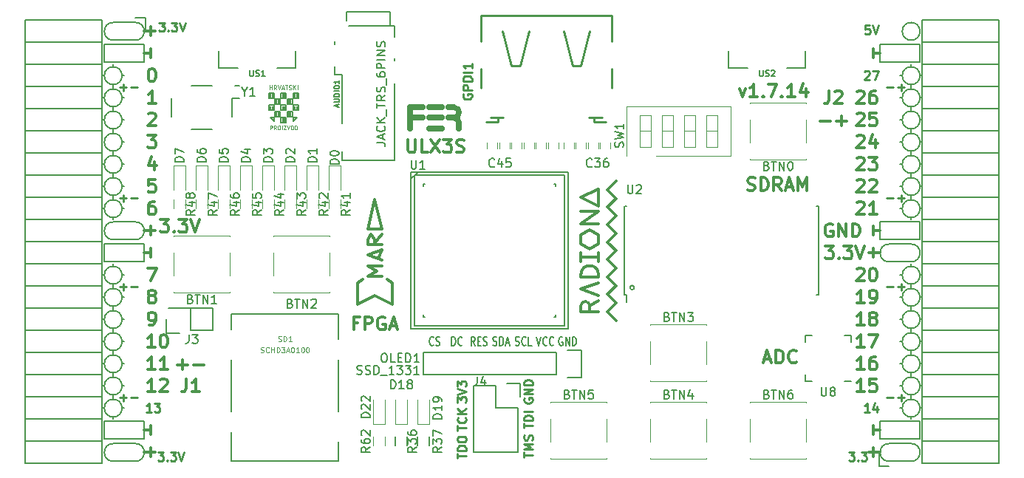
<source format=gto>
G04 #@! TF.FileFunction,Legend,Top*
%FSLAX46Y46*%
G04 Gerber Fmt 4.6, Leading zero omitted, Abs format (unit mm)*
G04 Created by KiCad (PCBNEW 4.0.7+dfsg1-1) date Wed Mar  7 12:13:34 2018*
%MOMM*%
%LPD*%
G01*
G04 APERTURE LIST*
%ADD10C,0.100000*%
%ADD11C,0.300000*%
%ADD12C,0.200000*%
%ADD13C,0.250000*%
%ADD14C,0.150000*%
%ADD15C,0.120000*%
%ADD16C,0.700000*%
%ADD17C,0.254000*%
%ADD18C,0.152400*%
%ADD19C,0.124460*%
%ADD20C,0.075000*%
G04 APERTURE END LIST*
D10*
D11*
X102760000Y-100897143D02*
X103902857Y-100897143D01*
X103331428Y-101468571D02*
X103331428Y-100325714D01*
X104617143Y-100897143D02*
X105760000Y-100897143D01*
X167133430Y-69226571D02*
X167490573Y-70226571D01*
X167847715Y-69226571D01*
X169204858Y-70226571D02*
X168347715Y-70226571D01*
X168776287Y-70226571D02*
X168776287Y-68726571D01*
X168633430Y-68940857D01*
X168490572Y-69083714D01*
X168347715Y-69155143D01*
X169847715Y-70083714D02*
X169919143Y-70155143D01*
X169847715Y-70226571D01*
X169776286Y-70155143D01*
X169847715Y-70083714D01*
X169847715Y-70226571D01*
X170419144Y-68726571D02*
X171419144Y-68726571D01*
X170776287Y-70226571D01*
X171990572Y-70083714D02*
X172062000Y-70155143D01*
X171990572Y-70226571D01*
X171919143Y-70155143D01*
X171990572Y-70083714D01*
X171990572Y-70226571D01*
X173490572Y-70226571D02*
X172633429Y-70226571D01*
X173062001Y-70226571D02*
X173062001Y-68726571D01*
X172919144Y-68940857D01*
X172776286Y-69083714D01*
X172633429Y-69155143D01*
X174776286Y-69226571D02*
X174776286Y-70226571D01*
X174419143Y-68655143D02*
X174062000Y-69726571D01*
X174990572Y-69726571D01*
X182492000Y-87582000D02*
X182492000Y-88598000D01*
X181984000Y-88090000D02*
X183254000Y-88090000D01*
X182492000Y-110442000D02*
X182492000Y-111458000D01*
X183254000Y-110950000D02*
X181984000Y-110950000D01*
X99688000Y-110442000D02*
X99688000Y-111458000D01*
X98926000Y-110950000D02*
X100196000Y-110950000D01*
X99688000Y-62182000D02*
X99688000Y-63198000D01*
X98926000Y-62690000D02*
X100196000Y-62690000D01*
X99688000Y-85042000D02*
X99688000Y-86058000D01*
X98926000Y-85550000D02*
X100196000Y-85550000D01*
D12*
X97910000Y-63706000D02*
G75*
G03X97910000Y-61674000I0J1016000D01*
G01*
X184270000Y-109934000D02*
G75*
G03X184270000Y-111966000I0J-1016000D01*
G01*
X95370000Y-111966000D02*
X97910000Y-111966000D01*
X95370000Y-109934000D02*
X97910000Y-109934000D01*
X97910000Y-111966000D02*
G75*
G03X97910000Y-109934000I0J1016000D01*
G01*
X95370000Y-109934000D02*
G75*
G03X95370000Y-111966000I0J-1016000D01*
G01*
X95370000Y-61674000D02*
X97910000Y-61674000D01*
X95370000Y-63706000D02*
X97910000Y-63706000D01*
X95370000Y-61674000D02*
G75*
G03X95370000Y-63706000I0J-1016000D01*
G01*
X95370000Y-84534000D02*
X97910000Y-84534000D01*
X95370000Y-86566000D02*
X97910000Y-86566000D01*
X95370000Y-84534000D02*
G75*
G03X95370000Y-86566000I0J-1016000D01*
G01*
X97910000Y-86566000D02*
G75*
G03X97910000Y-84534000I0J1016000D01*
G01*
X187826000Y-62690000D02*
G75*
G03X187826000Y-62690000I-1016000J0D01*
G01*
X184270000Y-89106000D02*
X186810000Y-89106000D01*
X184270000Y-87074000D02*
X186810000Y-87074000D01*
X184270000Y-87074000D02*
G75*
G03X184270000Y-89106000I0J-1016000D01*
G01*
X186810000Y-89106000D02*
G75*
G03X186810000Y-87074000I0J1016000D01*
G01*
X186810000Y-111966000D02*
X184270000Y-111966000D01*
X186810000Y-109934000D02*
X184270000Y-109934000D01*
X186810000Y-111966000D02*
G75*
G03X186810000Y-109934000I0J1016000D01*
G01*
X94354000Y-66246000D02*
X94354000Y-64214000D01*
X98926000Y-66246000D02*
X94354000Y-66246000D01*
X98926000Y-64214000D02*
X98926000Y-66246000D01*
X94354000Y-64214000D02*
X98926000Y-64214000D01*
X94354000Y-87074000D02*
X98926000Y-87074000D01*
X94354000Y-89106000D02*
X94354000Y-87074000D01*
X98926000Y-89106000D02*
X94354000Y-89106000D01*
X98926000Y-87074000D02*
X98926000Y-89106000D01*
X94354000Y-109426000D02*
X98926000Y-109426000D01*
X94354000Y-107394000D02*
X94354000Y-109426000D01*
X98926000Y-107394000D02*
X94354000Y-107394000D01*
X98926000Y-109426000D02*
X98926000Y-107394000D01*
X183254000Y-109426000D02*
X187826000Y-109426000D01*
X183254000Y-107394000D02*
X183254000Y-109426000D01*
X187826000Y-107394000D02*
X187826000Y-109426000D01*
X183254000Y-107394000D02*
X187826000Y-107394000D01*
X183254000Y-66246000D02*
X187826000Y-66246000D01*
X183254000Y-64214000D02*
X183254000Y-66246000D01*
X187826000Y-64214000D02*
X183254000Y-64214000D01*
X187826000Y-66246000D02*
X187826000Y-64214000D01*
X183254000Y-84534000D02*
X187826000Y-84534000D01*
X183254000Y-86566000D02*
X183254000Y-84534000D01*
X187826000Y-86566000D02*
X183254000Y-86566000D01*
X187826000Y-84534000D02*
X187826000Y-86566000D01*
D13*
X96148000Y-69111429D02*
X96909905Y-69111429D01*
X96528953Y-69492381D02*
X96528953Y-68730476D01*
X97386095Y-69111429D02*
X98148000Y-69111429D01*
X96148000Y-81811429D02*
X96909905Y-81811429D01*
X96528953Y-82192381D02*
X96528953Y-81430476D01*
X97386095Y-81811429D02*
X98148000Y-81811429D01*
X96148000Y-91971429D02*
X96909905Y-91971429D01*
X96528953Y-92352381D02*
X96528953Y-91590476D01*
X97386095Y-91971429D02*
X98148000Y-91971429D01*
X96148000Y-104671429D02*
X96909905Y-104671429D01*
X96528953Y-105052381D02*
X96528953Y-104290476D01*
X97386095Y-104671429D02*
X98148000Y-104671429D01*
X184032000Y-104671429D02*
X184793905Y-104671429D01*
X185270095Y-104671429D02*
X186032000Y-104671429D01*
X185651048Y-105052381D02*
X185651048Y-104290476D01*
X184032000Y-91971429D02*
X184793905Y-91971429D01*
X185270095Y-91971429D02*
X186032000Y-91971429D01*
X185651048Y-92352381D02*
X185651048Y-91590476D01*
X184032000Y-81811429D02*
X184793905Y-81811429D01*
X185270095Y-81811429D02*
X186032000Y-81811429D01*
X185651048Y-82192381D02*
X185651048Y-81430476D01*
X184032000Y-69111429D02*
X184793905Y-69111429D01*
X185270095Y-69111429D02*
X186032000Y-69111429D01*
X185651048Y-69492381D02*
X185651048Y-68730476D01*
D11*
X176420000Y-72957143D02*
X177562857Y-72957143D01*
X178277143Y-72957143D02*
X179420000Y-72957143D01*
X178848571Y-73528571D02*
X178848571Y-72385714D01*
D12*
X187826000Y-67770000D02*
G75*
G03X187826000Y-67770000I-1016000J0D01*
G01*
X187826000Y-70310000D02*
G75*
G03X187826000Y-70310000I-1016000J0D01*
G01*
X187826000Y-72850000D02*
G75*
G03X187826000Y-72850000I-1016000J0D01*
G01*
X187826000Y-75390000D02*
G75*
G03X187826000Y-75390000I-1016000J0D01*
G01*
X187826000Y-77930000D02*
G75*
G03X187826000Y-77930000I-1016000J0D01*
G01*
X187826000Y-80470000D02*
G75*
G03X187826000Y-80470000I-1016000J0D01*
G01*
X187826000Y-83010000D02*
G75*
G03X187826000Y-83010000I-1016000J0D01*
G01*
X187826000Y-90630000D02*
G75*
G03X187826000Y-90630000I-1016000J0D01*
G01*
X187826000Y-93170000D02*
G75*
G03X187826000Y-93170000I-1016000J0D01*
G01*
X187826000Y-95710000D02*
G75*
G03X187826000Y-95710000I-1016000J0D01*
G01*
X187826000Y-98250000D02*
G75*
G03X187826000Y-98250000I-1016000J0D01*
G01*
X187826000Y-100790000D02*
G75*
G03X187826000Y-100790000I-1016000J0D01*
G01*
X187826000Y-103330000D02*
G75*
G03X187826000Y-103330000I-1016000J0D01*
G01*
X187826000Y-105870000D02*
G75*
G03X187826000Y-105870000I-1016000J0D01*
G01*
X96386000Y-105870000D02*
G75*
G03X96386000Y-105870000I-1016000J0D01*
G01*
X96386000Y-103330000D02*
G75*
G03X96386000Y-103330000I-1016000J0D01*
G01*
X96386000Y-100790000D02*
G75*
G03X96386000Y-100790000I-1016000J0D01*
G01*
X96386000Y-98250000D02*
G75*
G03X96386000Y-98250000I-1016000J0D01*
G01*
X96386000Y-95710000D02*
G75*
G03X96386000Y-95710000I-1016000J0D01*
G01*
X96386000Y-93170000D02*
G75*
G03X96386000Y-93170000I-1016000J0D01*
G01*
X96386000Y-90630000D02*
G75*
G03X96386000Y-90630000I-1016000J0D01*
G01*
X96386000Y-83010000D02*
G75*
G03X96386000Y-83010000I-1016000J0D01*
G01*
X96386000Y-80470000D02*
G75*
G03X96386000Y-80470000I-1016000J0D01*
G01*
X96386000Y-77930000D02*
G75*
G03X96386000Y-77930000I-1016000J0D01*
G01*
X96386000Y-75390000D02*
G75*
G03X96386000Y-75390000I-1016000J0D01*
G01*
X96386000Y-72850000D02*
G75*
G03X96386000Y-72850000I-1016000J0D01*
G01*
X96386000Y-70310000D02*
G75*
G03X96386000Y-70310000I-1016000J0D01*
G01*
X96386000Y-67770000D02*
G75*
G03X96386000Y-67770000I-1016000J0D01*
G01*
D11*
X177793143Y-84800000D02*
X177650286Y-84728571D01*
X177436000Y-84728571D01*
X177221715Y-84800000D01*
X177078857Y-84942857D01*
X177007429Y-85085714D01*
X176936000Y-85371429D01*
X176936000Y-85585714D01*
X177007429Y-85871429D01*
X177078857Y-86014286D01*
X177221715Y-86157143D01*
X177436000Y-86228571D01*
X177578857Y-86228571D01*
X177793143Y-86157143D01*
X177864572Y-86085714D01*
X177864572Y-85585714D01*
X177578857Y-85585714D01*
X178507429Y-86228571D02*
X178507429Y-84728571D01*
X179364572Y-86228571D01*
X179364572Y-84728571D01*
X180078858Y-86228571D02*
X180078858Y-84728571D01*
X180436001Y-84728571D01*
X180650286Y-84800000D01*
X180793144Y-84942857D01*
X180864572Y-85085714D01*
X180936001Y-85371429D01*
X180936001Y-85585714D01*
X180864572Y-85871429D01*
X180793144Y-86014286D01*
X180650286Y-86157143D01*
X180436001Y-86228571D01*
X180078858Y-86228571D01*
X182492000Y-86058000D02*
X182492000Y-85042000D01*
X183254000Y-85550000D02*
X182492000Y-85550000D01*
X182492000Y-107902000D02*
X182492000Y-108918000D01*
X182492000Y-108410000D02*
X183254000Y-108410000D01*
D13*
X182047524Y-106322381D02*
X181476095Y-106322381D01*
X181761809Y-106322381D02*
X181761809Y-105322381D01*
X181666571Y-105465238D01*
X181571333Y-105560476D01*
X181476095Y-105608095D01*
X182904667Y-105655714D02*
X182904667Y-106322381D01*
X182666571Y-105274762D02*
X182428476Y-105989048D01*
X183047524Y-105989048D01*
X181476095Y-67317619D02*
X181523714Y-67270000D01*
X181618952Y-67222381D01*
X181857048Y-67222381D01*
X181952286Y-67270000D01*
X181999905Y-67317619D01*
X182047524Y-67412857D01*
X182047524Y-67508095D01*
X181999905Y-67650952D01*
X181428476Y-68222381D01*
X182047524Y-68222381D01*
X182380857Y-67222381D02*
X183047524Y-67222381D01*
X182618952Y-68222381D01*
D11*
X182492000Y-64722000D02*
X182492000Y-65738000D01*
X182492000Y-65230000D02*
X183254000Y-65230000D01*
X99688000Y-107902000D02*
X99688000Y-108918000D01*
X98926000Y-108410000D02*
X99688000Y-108410000D01*
X99315001Y-74568571D02*
X100243572Y-74568571D01*
X99743572Y-75140000D01*
X99957858Y-75140000D01*
X100100715Y-75211429D01*
X100172144Y-75282857D01*
X100243572Y-75425714D01*
X100243572Y-75782857D01*
X100172144Y-75925714D01*
X100100715Y-75997143D01*
X99957858Y-76068571D01*
X99529286Y-76068571D01*
X99386429Y-75997143D01*
X99315001Y-75925714D01*
X100100715Y-77608571D02*
X100100715Y-78608571D01*
X99743572Y-77037143D02*
X99386429Y-78108571D01*
X100315001Y-78108571D01*
X100172144Y-79648571D02*
X99457858Y-79648571D01*
X99386429Y-80362857D01*
X99457858Y-80291429D01*
X99600715Y-80220000D01*
X99957858Y-80220000D01*
X100100715Y-80291429D01*
X100172144Y-80362857D01*
X100243572Y-80505714D01*
X100243572Y-80862857D01*
X100172144Y-81005714D01*
X100100715Y-81077143D01*
X99957858Y-81148571D01*
X99600715Y-81148571D01*
X99457858Y-81077143D01*
X99386429Y-81005714D01*
D13*
X99751524Y-106322381D02*
X99180095Y-106322381D01*
X99465809Y-106322381D02*
X99465809Y-105322381D01*
X99370571Y-105465238D01*
X99275333Y-105560476D01*
X99180095Y-105608095D01*
X100084857Y-105322381D02*
X100703905Y-105322381D01*
X100370571Y-105703333D01*
X100513429Y-105703333D01*
X100608667Y-105750952D01*
X100656286Y-105798571D01*
X100703905Y-105893810D01*
X100703905Y-106131905D01*
X100656286Y-106227143D01*
X100608667Y-106274762D01*
X100513429Y-106322381D01*
X100227714Y-106322381D01*
X100132476Y-106274762D01*
X100084857Y-106227143D01*
D11*
X99315001Y-89808571D02*
X100315001Y-89808571D01*
X99672144Y-91308571D01*
X99688000Y-87582000D02*
X99688000Y-88598000D01*
X98926000Y-88090000D02*
X99688000Y-88090000D01*
X99688000Y-64722000D02*
X99688000Y-65738000D01*
X98926000Y-65230000D02*
X99688000Y-65230000D01*
D13*
X100624810Y-61697881D02*
X101243858Y-61697881D01*
X100910524Y-62078833D01*
X101053382Y-62078833D01*
X101148620Y-62126452D01*
X101196239Y-62174071D01*
X101243858Y-62269310D01*
X101243858Y-62507405D01*
X101196239Y-62602643D01*
X101148620Y-62650262D01*
X101053382Y-62697881D01*
X100767667Y-62697881D01*
X100672429Y-62650262D01*
X100624810Y-62602643D01*
X101672429Y-62602643D02*
X101720048Y-62650262D01*
X101672429Y-62697881D01*
X101624810Y-62650262D01*
X101672429Y-62602643D01*
X101672429Y-62697881D01*
X102053381Y-61697881D02*
X102672429Y-61697881D01*
X102339095Y-62078833D01*
X102481953Y-62078833D01*
X102577191Y-62126452D01*
X102624810Y-62174071D01*
X102672429Y-62269310D01*
X102672429Y-62507405D01*
X102624810Y-62602643D01*
X102577191Y-62650262D01*
X102481953Y-62697881D01*
X102196238Y-62697881D01*
X102101000Y-62650262D01*
X102053381Y-62602643D01*
X102958143Y-61697881D02*
X103291476Y-62697881D01*
X103624810Y-61697881D01*
X179666381Y-110910381D02*
X180285429Y-110910381D01*
X179952095Y-111291333D01*
X180094953Y-111291333D01*
X180190191Y-111338952D01*
X180237810Y-111386571D01*
X180285429Y-111481810D01*
X180285429Y-111719905D01*
X180237810Y-111815143D01*
X180190191Y-111862762D01*
X180094953Y-111910381D01*
X179809238Y-111910381D01*
X179714000Y-111862762D01*
X179666381Y-111815143D01*
X180714000Y-111815143D02*
X180761619Y-111862762D01*
X180714000Y-111910381D01*
X180666381Y-111862762D01*
X180714000Y-111815143D01*
X180714000Y-111910381D01*
X181094952Y-110910381D02*
X181714000Y-110910381D01*
X181380666Y-111291333D01*
X181523524Y-111291333D01*
X181618762Y-111338952D01*
X181666381Y-111386571D01*
X181714000Y-111481810D01*
X181714000Y-111719905D01*
X181666381Y-111815143D01*
X181618762Y-111862762D01*
X181523524Y-111910381D01*
X181237809Y-111910381D01*
X181142571Y-111862762D01*
X181094952Y-111815143D01*
D11*
X100775715Y-84220571D02*
X101704286Y-84220571D01*
X101204286Y-84792000D01*
X101418572Y-84792000D01*
X101561429Y-84863429D01*
X101632858Y-84934857D01*
X101704286Y-85077714D01*
X101704286Y-85434857D01*
X101632858Y-85577714D01*
X101561429Y-85649143D01*
X101418572Y-85720571D01*
X100990000Y-85720571D01*
X100847143Y-85649143D01*
X100775715Y-85577714D01*
X102347143Y-85577714D02*
X102418571Y-85649143D01*
X102347143Y-85720571D01*
X102275714Y-85649143D01*
X102347143Y-85577714D01*
X102347143Y-85720571D01*
X102918572Y-84220571D02*
X103847143Y-84220571D01*
X103347143Y-84792000D01*
X103561429Y-84792000D01*
X103704286Y-84863429D01*
X103775715Y-84934857D01*
X103847143Y-85077714D01*
X103847143Y-85434857D01*
X103775715Y-85577714D01*
X103704286Y-85649143D01*
X103561429Y-85720571D01*
X103132857Y-85720571D01*
X102990000Y-85649143D01*
X102918572Y-85577714D01*
X104275714Y-84220571D02*
X104775714Y-85720571D01*
X105275714Y-84220571D01*
D13*
X100497810Y-110910381D02*
X101116858Y-110910381D01*
X100783524Y-111291333D01*
X100926382Y-111291333D01*
X101021620Y-111338952D01*
X101069239Y-111386571D01*
X101116858Y-111481810D01*
X101116858Y-111719905D01*
X101069239Y-111815143D01*
X101021620Y-111862762D01*
X100926382Y-111910381D01*
X100640667Y-111910381D01*
X100545429Y-111862762D01*
X100497810Y-111815143D01*
X101545429Y-111815143D02*
X101593048Y-111862762D01*
X101545429Y-111910381D01*
X101497810Y-111862762D01*
X101545429Y-111815143D01*
X101545429Y-111910381D01*
X101926381Y-110910381D02*
X102545429Y-110910381D01*
X102212095Y-111291333D01*
X102354953Y-111291333D01*
X102450191Y-111338952D01*
X102497810Y-111386571D01*
X102545429Y-111481810D01*
X102545429Y-111719905D01*
X102497810Y-111815143D01*
X102450191Y-111862762D01*
X102354953Y-111910381D01*
X102069238Y-111910381D01*
X101974000Y-111862762D01*
X101926381Y-111815143D01*
X102831143Y-110910381D02*
X103164476Y-111910381D01*
X103497810Y-110910381D01*
X182047524Y-62015381D02*
X181571333Y-62015381D01*
X181523714Y-62491571D01*
X181571333Y-62443952D01*
X181666571Y-62396333D01*
X181904667Y-62396333D01*
X181999905Y-62443952D01*
X182047524Y-62491571D01*
X182095143Y-62586810D01*
X182095143Y-62824905D01*
X182047524Y-62920143D01*
X181999905Y-62967762D01*
X181904667Y-63015381D01*
X181666571Y-63015381D01*
X181571333Y-62967762D01*
X181523714Y-62920143D01*
X182380857Y-62015381D02*
X182714190Y-63015381D01*
X183047524Y-62015381D01*
D11*
X180587143Y-69631429D02*
X180658572Y-69560000D01*
X180801429Y-69488571D01*
X181158572Y-69488571D01*
X181301429Y-69560000D01*
X181372858Y-69631429D01*
X181444286Y-69774286D01*
X181444286Y-69917143D01*
X181372858Y-70131429D01*
X180515715Y-70988571D01*
X181444286Y-70988571D01*
X182730000Y-69488571D02*
X182444286Y-69488571D01*
X182301429Y-69560000D01*
X182230000Y-69631429D01*
X182087143Y-69845714D01*
X182015714Y-70131429D01*
X182015714Y-70702857D01*
X182087143Y-70845714D01*
X182158571Y-70917143D01*
X182301429Y-70988571D01*
X182587143Y-70988571D01*
X182730000Y-70917143D01*
X182801429Y-70845714D01*
X182872857Y-70702857D01*
X182872857Y-70345714D01*
X182801429Y-70202857D01*
X182730000Y-70131429D01*
X182587143Y-70060000D01*
X182301429Y-70060000D01*
X182158571Y-70131429D01*
X182087143Y-70202857D01*
X182015714Y-70345714D01*
X180587143Y-72171429D02*
X180658572Y-72100000D01*
X180801429Y-72028571D01*
X181158572Y-72028571D01*
X181301429Y-72100000D01*
X181372858Y-72171429D01*
X181444286Y-72314286D01*
X181444286Y-72457143D01*
X181372858Y-72671429D01*
X180515715Y-73528571D01*
X181444286Y-73528571D01*
X182801429Y-72028571D02*
X182087143Y-72028571D01*
X182015714Y-72742857D01*
X182087143Y-72671429D01*
X182230000Y-72600000D01*
X182587143Y-72600000D01*
X182730000Y-72671429D01*
X182801429Y-72742857D01*
X182872857Y-72885714D01*
X182872857Y-73242857D01*
X182801429Y-73385714D01*
X182730000Y-73457143D01*
X182587143Y-73528571D01*
X182230000Y-73528571D01*
X182087143Y-73457143D01*
X182015714Y-73385714D01*
X180587143Y-74711429D02*
X180658572Y-74640000D01*
X180801429Y-74568571D01*
X181158572Y-74568571D01*
X181301429Y-74640000D01*
X181372858Y-74711429D01*
X181444286Y-74854286D01*
X181444286Y-74997143D01*
X181372858Y-75211429D01*
X180515715Y-76068571D01*
X181444286Y-76068571D01*
X182730000Y-75068571D02*
X182730000Y-76068571D01*
X182372857Y-74497143D02*
X182015714Y-75568571D01*
X182944286Y-75568571D01*
X180587143Y-77251429D02*
X180658572Y-77180000D01*
X180801429Y-77108571D01*
X181158572Y-77108571D01*
X181301429Y-77180000D01*
X181372858Y-77251429D01*
X181444286Y-77394286D01*
X181444286Y-77537143D01*
X181372858Y-77751429D01*
X180515715Y-78608571D01*
X181444286Y-78608571D01*
X181944286Y-77108571D02*
X182872857Y-77108571D01*
X182372857Y-77680000D01*
X182587143Y-77680000D01*
X182730000Y-77751429D01*
X182801429Y-77822857D01*
X182872857Y-77965714D01*
X182872857Y-78322857D01*
X182801429Y-78465714D01*
X182730000Y-78537143D01*
X182587143Y-78608571D01*
X182158571Y-78608571D01*
X182015714Y-78537143D01*
X181944286Y-78465714D01*
X180587143Y-79791429D02*
X180658572Y-79720000D01*
X180801429Y-79648571D01*
X181158572Y-79648571D01*
X181301429Y-79720000D01*
X181372858Y-79791429D01*
X181444286Y-79934286D01*
X181444286Y-80077143D01*
X181372858Y-80291429D01*
X180515715Y-81148571D01*
X181444286Y-81148571D01*
X182015714Y-79791429D02*
X182087143Y-79720000D01*
X182230000Y-79648571D01*
X182587143Y-79648571D01*
X182730000Y-79720000D01*
X182801429Y-79791429D01*
X182872857Y-79934286D01*
X182872857Y-80077143D01*
X182801429Y-80291429D01*
X181944286Y-81148571D01*
X182872857Y-81148571D01*
X180587143Y-82331429D02*
X180658572Y-82260000D01*
X180801429Y-82188571D01*
X181158572Y-82188571D01*
X181301429Y-82260000D01*
X181372858Y-82331429D01*
X181444286Y-82474286D01*
X181444286Y-82617143D01*
X181372858Y-82831429D01*
X180515715Y-83688571D01*
X181444286Y-83688571D01*
X182872857Y-83688571D02*
X182015714Y-83688571D01*
X182444286Y-83688571D02*
X182444286Y-82188571D01*
X182301429Y-82402857D01*
X182158571Y-82545714D01*
X182015714Y-82617143D01*
X176975715Y-87268571D02*
X177904286Y-87268571D01*
X177404286Y-87840000D01*
X177618572Y-87840000D01*
X177761429Y-87911429D01*
X177832858Y-87982857D01*
X177904286Y-88125714D01*
X177904286Y-88482857D01*
X177832858Y-88625714D01*
X177761429Y-88697143D01*
X177618572Y-88768571D01*
X177190000Y-88768571D01*
X177047143Y-88697143D01*
X176975715Y-88625714D01*
X178547143Y-88625714D02*
X178618571Y-88697143D01*
X178547143Y-88768571D01*
X178475714Y-88697143D01*
X178547143Y-88625714D01*
X178547143Y-88768571D01*
X179118572Y-87268571D02*
X180047143Y-87268571D01*
X179547143Y-87840000D01*
X179761429Y-87840000D01*
X179904286Y-87911429D01*
X179975715Y-87982857D01*
X180047143Y-88125714D01*
X180047143Y-88482857D01*
X179975715Y-88625714D01*
X179904286Y-88697143D01*
X179761429Y-88768571D01*
X179332857Y-88768571D01*
X179190000Y-88697143D01*
X179118572Y-88625714D01*
X180475714Y-87268571D02*
X180975714Y-88768571D01*
X181475714Y-87268571D01*
X180587143Y-89951429D02*
X180658572Y-89880000D01*
X180801429Y-89808571D01*
X181158572Y-89808571D01*
X181301429Y-89880000D01*
X181372858Y-89951429D01*
X181444286Y-90094286D01*
X181444286Y-90237143D01*
X181372858Y-90451429D01*
X180515715Y-91308571D01*
X181444286Y-91308571D01*
X182372857Y-89808571D02*
X182515714Y-89808571D01*
X182658571Y-89880000D01*
X182730000Y-89951429D01*
X182801429Y-90094286D01*
X182872857Y-90380000D01*
X182872857Y-90737143D01*
X182801429Y-91022857D01*
X182730000Y-91165714D01*
X182658571Y-91237143D01*
X182515714Y-91308571D01*
X182372857Y-91308571D01*
X182230000Y-91237143D01*
X182158571Y-91165714D01*
X182087143Y-91022857D01*
X182015714Y-90737143D01*
X182015714Y-90380000D01*
X182087143Y-90094286D01*
X182158571Y-89951429D01*
X182230000Y-89880000D01*
X182372857Y-89808571D01*
X181444286Y-93848571D02*
X180587143Y-93848571D01*
X181015715Y-93848571D02*
X181015715Y-92348571D01*
X180872858Y-92562857D01*
X180730000Y-92705714D01*
X180587143Y-92777143D01*
X182158571Y-93848571D02*
X182444286Y-93848571D01*
X182587143Y-93777143D01*
X182658571Y-93705714D01*
X182801429Y-93491429D01*
X182872857Y-93205714D01*
X182872857Y-92634286D01*
X182801429Y-92491429D01*
X182730000Y-92420000D01*
X182587143Y-92348571D01*
X182301429Y-92348571D01*
X182158571Y-92420000D01*
X182087143Y-92491429D01*
X182015714Y-92634286D01*
X182015714Y-92991429D01*
X182087143Y-93134286D01*
X182158571Y-93205714D01*
X182301429Y-93277143D01*
X182587143Y-93277143D01*
X182730000Y-93205714D01*
X182801429Y-93134286D01*
X182872857Y-92991429D01*
X181444286Y-96388571D02*
X180587143Y-96388571D01*
X181015715Y-96388571D02*
X181015715Y-94888571D01*
X180872858Y-95102857D01*
X180730000Y-95245714D01*
X180587143Y-95317143D01*
X182301429Y-95531429D02*
X182158571Y-95460000D01*
X182087143Y-95388571D01*
X182015714Y-95245714D01*
X182015714Y-95174286D01*
X182087143Y-95031429D01*
X182158571Y-94960000D01*
X182301429Y-94888571D01*
X182587143Y-94888571D01*
X182730000Y-94960000D01*
X182801429Y-95031429D01*
X182872857Y-95174286D01*
X182872857Y-95245714D01*
X182801429Y-95388571D01*
X182730000Y-95460000D01*
X182587143Y-95531429D01*
X182301429Y-95531429D01*
X182158571Y-95602857D01*
X182087143Y-95674286D01*
X182015714Y-95817143D01*
X182015714Y-96102857D01*
X182087143Y-96245714D01*
X182158571Y-96317143D01*
X182301429Y-96388571D01*
X182587143Y-96388571D01*
X182730000Y-96317143D01*
X182801429Y-96245714D01*
X182872857Y-96102857D01*
X182872857Y-95817143D01*
X182801429Y-95674286D01*
X182730000Y-95602857D01*
X182587143Y-95531429D01*
X181444286Y-98928571D02*
X180587143Y-98928571D01*
X181015715Y-98928571D02*
X181015715Y-97428571D01*
X180872858Y-97642857D01*
X180730000Y-97785714D01*
X180587143Y-97857143D01*
X181944286Y-97428571D02*
X182944286Y-97428571D01*
X182301429Y-98928571D01*
X181444286Y-101468571D02*
X180587143Y-101468571D01*
X181015715Y-101468571D02*
X181015715Y-99968571D01*
X180872858Y-100182857D01*
X180730000Y-100325714D01*
X180587143Y-100397143D01*
X182730000Y-99968571D02*
X182444286Y-99968571D01*
X182301429Y-100040000D01*
X182230000Y-100111429D01*
X182087143Y-100325714D01*
X182015714Y-100611429D01*
X182015714Y-101182857D01*
X182087143Y-101325714D01*
X182158571Y-101397143D01*
X182301429Y-101468571D01*
X182587143Y-101468571D01*
X182730000Y-101397143D01*
X182801429Y-101325714D01*
X182872857Y-101182857D01*
X182872857Y-100825714D01*
X182801429Y-100682857D01*
X182730000Y-100611429D01*
X182587143Y-100540000D01*
X182301429Y-100540000D01*
X182158571Y-100611429D01*
X182087143Y-100682857D01*
X182015714Y-100825714D01*
X181444286Y-104008571D02*
X180587143Y-104008571D01*
X181015715Y-104008571D02*
X181015715Y-102508571D01*
X180872858Y-102722857D01*
X180730000Y-102865714D01*
X180587143Y-102937143D01*
X182801429Y-102508571D02*
X182087143Y-102508571D01*
X182015714Y-103222857D01*
X182087143Y-103151429D01*
X182230000Y-103080000D01*
X182587143Y-103080000D01*
X182730000Y-103151429D01*
X182801429Y-103222857D01*
X182872857Y-103365714D01*
X182872857Y-103722857D01*
X182801429Y-103865714D01*
X182730000Y-103937143D01*
X182587143Y-104008571D01*
X182230000Y-104008571D01*
X182087143Y-103937143D01*
X182015714Y-103865714D01*
D12*
X186810000Y-66500000D02*
X186810000Y-66754000D01*
X187826000Y-67770000D02*
X188080000Y-67770000D01*
X185540000Y-67770000D02*
X185794000Y-67770000D01*
X186810000Y-69294000D02*
X186810000Y-68786000D01*
X187826000Y-70310000D02*
X188080000Y-70310000D01*
X185540000Y-70310000D02*
X185794000Y-70310000D01*
X186810000Y-71326000D02*
X186810000Y-71834000D01*
X187826000Y-72850000D02*
X188080000Y-72850000D01*
X185540000Y-72850000D02*
X185794000Y-72850000D01*
X186810000Y-73866000D02*
X186810000Y-74374000D01*
X187826000Y-75390000D02*
X188080000Y-75390000D01*
X185540000Y-75390000D02*
X185794000Y-75390000D01*
X186810000Y-76406000D02*
X186810000Y-76914000D01*
X187826000Y-77930000D02*
X188080000Y-77930000D01*
X185540000Y-77930000D02*
X185794000Y-77930000D01*
X186810000Y-79454000D02*
X186810000Y-78946000D01*
X187826000Y-80470000D02*
X188080000Y-80470000D01*
X185540000Y-80470000D02*
X185794000Y-80470000D01*
X186810000Y-81994000D02*
X186810000Y-81486000D01*
X187826000Y-83010000D02*
X188080000Y-83010000D01*
X185540000Y-83010000D02*
X185794000Y-83010000D01*
X186810000Y-84026000D02*
X186810000Y-84280000D01*
X186810000Y-89360000D02*
X186810000Y-89614000D01*
X187826000Y-90630000D02*
X188080000Y-90630000D01*
X185540000Y-90630000D02*
X185794000Y-90630000D01*
X186810000Y-91646000D02*
X186810000Y-92154000D01*
X187826000Y-93170000D02*
X188080000Y-93170000D01*
X185540000Y-93170000D02*
X185794000Y-93170000D01*
X186810000Y-94186000D02*
X186810000Y-94694000D01*
X187826000Y-95710000D02*
X188080000Y-95710000D01*
X185540000Y-95710000D02*
X185794000Y-95710000D01*
X186810000Y-97234000D02*
X186810000Y-96726000D01*
X187826000Y-98250000D02*
X188080000Y-98250000D01*
X185540000Y-98250000D02*
X185794000Y-98250000D01*
X187826000Y-100790000D02*
X188080000Y-100790000D01*
X185540000Y-100790000D02*
X185794000Y-100790000D01*
X186810000Y-99266000D02*
X186810000Y-99774000D01*
X186810000Y-102314000D02*
X186810000Y-101806000D01*
X187826000Y-103330000D02*
X188080000Y-103330000D01*
X185540000Y-103330000D02*
X185794000Y-103330000D01*
X186810000Y-104346000D02*
X186810000Y-104854000D01*
X185540000Y-105870000D02*
X185794000Y-105870000D01*
X187826000Y-105870000D02*
X188080000Y-105870000D01*
X186810000Y-106886000D02*
X186810000Y-107140000D01*
X95370000Y-66754000D02*
X95370000Y-66500000D01*
X96386000Y-67770000D02*
X96640000Y-67770000D01*
X94100000Y-67770000D02*
X94354000Y-67770000D01*
X95370000Y-68786000D02*
X95370000Y-69294000D01*
X96386000Y-70310000D02*
X96640000Y-70310000D01*
X94100000Y-70310000D02*
X94354000Y-70310000D01*
X95370000Y-71326000D02*
X95370000Y-71834000D01*
X96386000Y-72850000D02*
X96640000Y-72850000D01*
X94100000Y-72850000D02*
X94354000Y-72850000D01*
X95370000Y-73866000D02*
X95370000Y-74374000D01*
X96386000Y-75390000D02*
X96640000Y-75390000D01*
X95370000Y-76406000D02*
X95370000Y-76914000D01*
X96386000Y-77930000D02*
X96640000Y-77930000D01*
X94100000Y-77930000D02*
X94354000Y-77930000D01*
X95370000Y-79454000D02*
X95370000Y-78946000D01*
X96386000Y-80470000D02*
X96640000Y-80470000D01*
X94100000Y-80470000D02*
X94354000Y-80470000D01*
X95370000Y-81486000D02*
X95370000Y-81994000D01*
X96386000Y-83010000D02*
X96640000Y-83010000D01*
X95370000Y-84026000D02*
X95370000Y-84280000D01*
X94100000Y-83010000D02*
X94354000Y-83010000D01*
X95370000Y-106886000D02*
X95370000Y-107140000D01*
X95370000Y-89360000D02*
X95370000Y-89614000D01*
X96386000Y-93170000D02*
X96640000Y-93170000D01*
X94100000Y-93170000D02*
X94354000Y-93170000D01*
X95370000Y-94186000D02*
X95370000Y-94694000D01*
X94100000Y-90630000D02*
X94354000Y-90630000D01*
X96386000Y-90630000D02*
X96640000Y-90630000D01*
X95370000Y-92154000D02*
X95370000Y-91646000D01*
X96386000Y-95710000D02*
X96640000Y-95710000D01*
X94100000Y-95710000D02*
X94354000Y-95710000D01*
X96386000Y-98250000D02*
X96640000Y-98250000D01*
X94354000Y-98250000D02*
X94100000Y-98250000D01*
X95370000Y-96726000D02*
X95370000Y-97234000D01*
X95370000Y-99266000D02*
X95370000Y-99774000D01*
X94100000Y-100790000D02*
X94354000Y-100790000D01*
X96386000Y-100790000D02*
X96640000Y-100790000D01*
X94100000Y-103330000D02*
X94354000Y-103330000D01*
X96386000Y-103330000D02*
X96640000Y-103330000D01*
X95370000Y-101806000D02*
X95370000Y-102314000D01*
X95370000Y-104346000D02*
X95370000Y-104854000D01*
X96386000Y-105870000D02*
X96640000Y-105870000D01*
X94100000Y-105870000D02*
X94354000Y-105870000D01*
D11*
X100164286Y-104008571D02*
X99307143Y-104008571D01*
X99735715Y-104008571D02*
X99735715Y-102508571D01*
X99592858Y-102722857D01*
X99450000Y-102865714D01*
X99307143Y-102937143D01*
X100735714Y-102651429D02*
X100807143Y-102580000D01*
X100950000Y-102508571D01*
X101307143Y-102508571D01*
X101450000Y-102580000D01*
X101521429Y-102651429D01*
X101592857Y-102794286D01*
X101592857Y-102937143D01*
X101521429Y-103151429D01*
X100664286Y-104008571D01*
X101592857Y-104008571D01*
X100164286Y-101468571D02*
X99307143Y-101468571D01*
X99735715Y-101468571D02*
X99735715Y-99968571D01*
X99592858Y-100182857D01*
X99450000Y-100325714D01*
X99307143Y-100397143D01*
X101592857Y-101468571D02*
X100735714Y-101468571D01*
X101164286Y-101468571D02*
X101164286Y-99968571D01*
X101021429Y-100182857D01*
X100878571Y-100325714D01*
X100735714Y-100397143D01*
X100164286Y-98928571D02*
X99307143Y-98928571D01*
X99735715Y-98928571D02*
X99735715Y-97428571D01*
X99592858Y-97642857D01*
X99450000Y-97785714D01*
X99307143Y-97857143D01*
X101092857Y-97428571D02*
X101235714Y-97428571D01*
X101378571Y-97500000D01*
X101450000Y-97571429D01*
X101521429Y-97714286D01*
X101592857Y-98000000D01*
X101592857Y-98357143D01*
X101521429Y-98642857D01*
X101450000Y-98785714D01*
X101378571Y-98857143D01*
X101235714Y-98928571D01*
X101092857Y-98928571D01*
X100950000Y-98857143D01*
X100878571Y-98785714D01*
X100807143Y-98642857D01*
X100735714Y-98357143D01*
X100735714Y-98000000D01*
X100807143Y-97714286D01*
X100878571Y-97571429D01*
X100950000Y-97500000D01*
X101092857Y-97428571D01*
X99529286Y-96388571D02*
X99815001Y-96388571D01*
X99957858Y-96317143D01*
X100029286Y-96245714D01*
X100172144Y-96031429D01*
X100243572Y-95745714D01*
X100243572Y-95174286D01*
X100172144Y-95031429D01*
X100100715Y-94960000D01*
X99957858Y-94888571D01*
X99672144Y-94888571D01*
X99529286Y-94960000D01*
X99457858Y-95031429D01*
X99386429Y-95174286D01*
X99386429Y-95531429D01*
X99457858Y-95674286D01*
X99529286Y-95745714D01*
X99672144Y-95817143D01*
X99957858Y-95817143D01*
X100100715Y-95745714D01*
X100172144Y-95674286D01*
X100243572Y-95531429D01*
X99672144Y-92991429D02*
X99529286Y-92920000D01*
X99457858Y-92848571D01*
X99386429Y-92705714D01*
X99386429Y-92634286D01*
X99457858Y-92491429D01*
X99529286Y-92420000D01*
X99672144Y-92348571D01*
X99957858Y-92348571D01*
X100100715Y-92420000D01*
X100172144Y-92491429D01*
X100243572Y-92634286D01*
X100243572Y-92705714D01*
X100172144Y-92848571D01*
X100100715Y-92920000D01*
X99957858Y-92991429D01*
X99672144Y-92991429D01*
X99529286Y-93062857D01*
X99457858Y-93134286D01*
X99386429Y-93277143D01*
X99386429Y-93562857D01*
X99457858Y-93705714D01*
X99529286Y-93777143D01*
X99672144Y-93848571D01*
X99957858Y-93848571D01*
X100100715Y-93777143D01*
X100172144Y-93705714D01*
X100243572Y-93562857D01*
X100243572Y-93277143D01*
X100172144Y-93134286D01*
X100100715Y-93062857D01*
X99957858Y-92991429D01*
X100100715Y-82188571D02*
X99815001Y-82188571D01*
X99672144Y-82260000D01*
X99600715Y-82331429D01*
X99457858Y-82545714D01*
X99386429Y-82831429D01*
X99386429Y-83402857D01*
X99457858Y-83545714D01*
X99529286Y-83617143D01*
X99672144Y-83688571D01*
X99957858Y-83688571D01*
X100100715Y-83617143D01*
X100172144Y-83545714D01*
X100243572Y-83402857D01*
X100243572Y-83045714D01*
X100172144Y-82902857D01*
X100100715Y-82831429D01*
X99957858Y-82760000D01*
X99672144Y-82760000D01*
X99529286Y-82831429D01*
X99457858Y-82902857D01*
X99386429Y-83045714D01*
X99386429Y-72171429D02*
X99457858Y-72100000D01*
X99600715Y-72028571D01*
X99957858Y-72028571D01*
X100100715Y-72100000D01*
X100172144Y-72171429D01*
X100243572Y-72314286D01*
X100243572Y-72457143D01*
X100172144Y-72671429D01*
X99315001Y-73528571D01*
X100243572Y-73528571D01*
X100243572Y-70988571D02*
X99386429Y-70988571D01*
X99815001Y-70988571D02*
X99815001Y-69488571D01*
X99672144Y-69702857D01*
X99529286Y-69845714D01*
X99386429Y-69917143D01*
X99743572Y-66948571D02*
X99886429Y-66948571D01*
X100029286Y-67020000D01*
X100100715Y-67091429D01*
X100172144Y-67234286D01*
X100243572Y-67520000D01*
X100243572Y-67877143D01*
X100172144Y-68162857D01*
X100100715Y-68305714D01*
X100029286Y-68377143D01*
X99886429Y-68448571D01*
X99743572Y-68448571D01*
X99600715Y-68377143D01*
X99529286Y-68305714D01*
X99457858Y-68162857D01*
X99386429Y-67877143D01*
X99386429Y-67520000D01*
X99457858Y-67234286D01*
X99529286Y-67091429D01*
X99600715Y-67020000D01*
X99743572Y-66948571D01*
X129148429Y-75076571D02*
X129148429Y-76290857D01*
X129219857Y-76433714D01*
X129291286Y-76505143D01*
X129434143Y-76576571D01*
X129719857Y-76576571D01*
X129862715Y-76505143D01*
X129934143Y-76433714D01*
X130005572Y-76290857D01*
X130005572Y-75076571D01*
X131434144Y-76576571D02*
X130719858Y-76576571D01*
X130719858Y-75076571D01*
X131791287Y-75076571D02*
X132791287Y-76576571D01*
X132791287Y-75076571D02*
X131791287Y-76576571D01*
X133219858Y-75076571D02*
X134148429Y-75076571D01*
X133648429Y-75648000D01*
X133862715Y-75648000D01*
X134005572Y-75719429D01*
X134077001Y-75790857D01*
X134148429Y-75933714D01*
X134148429Y-76290857D01*
X134077001Y-76433714D01*
X134005572Y-76505143D01*
X133862715Y-76576571D01*
X133434143Y-76576571D01*
X133291286Y-76505143D01*
X133219858Y-76433714D01*
X134719857Y-76505143D02*
X134934143Y-76576571D01*
X135291286Y-76576571D01*
X135434143Y-76505143D01*
X135505572Y-76433714D01*
X135577000Y-76290857D01*
X135577000Y-76148000D01*
X135505572Y-76005143D01*
X135434143Y-75933714D01*
X135291286Y-75862286D01*
X135005572Y-75790857D01*
X134862714Y-75719429D01*
X134791286Y-75648000D01*
X134719857Y-75505143D01*
X134719857Y-75362286D01*
X134791286Y-75219429D01*
X134862714Y-75148000D01*
X135005572Y-75076571D01*
X135362714Y-75076571D01*
X135577000Y-75148000D01*
X123413429Y-96110857D02*
X122913429Y-96110857D01*
X122913429Y-96896571D02*
X122913429Y-95396571D01*
X123627715Y-95396571D01*
X124199143Y-96896571D02*
X124199143Y-95396571D01*
X124770571Y-95396571D01*
X124913429Y-95468000D01*
X124984857Y-95539429D01*
X125056286Y-95682286D01*
X125056286Y-95896571D01*
X124984857Y-96039429D01*
X124913429Y-96110857D01*
X124770571Y-96182286D01*
X124199143Y-96182286D01*
X126484857Y-95468000D02*
X126342000Y-95396571D01*
X126127714Y-95396571D01*
X125913429Y-95468000D01*
X125770571Y-95610857D01*
X125699143Y-95753714D01*
X125627714Y-96039429D01*
X125627714Y-96253714D01*
X125699143Y-96539429D01*
X125770571Y-96682286D01*
X125913429Y-96825143D01*
X126127714Y-96896571D01*
X126270571Y-96896571D01*
X126484857Y-96825143D01*
X126556286Y-96753714D01*
X126556286Y-96253714D01*
X126270571Y-96253714D01*
X127127714Y-96468000D02*
X127842000Y-96468000D01*
X126984857Y-96896571D02*
X127484857Y-95396571D01*
X127984857Y-96896571D01*
X168077929Y-80886643D02*
X168292215Y-80958071D01*
X168649358Y-80958071D01*
X168792215Y-80886643D01*
X168863644Y-80815214D01*
X168935072Y-80672357D01*
X168935072Y-80529500D01*
X168863644Y-80386643D01*
X168792215Y-80315214D01*
X168649358Y-80243786D01*
X168363644Y-80172357D01*
X168220786Y-80100929D01*
X168149358Y-80029500D01*
X168077929Y-79886643D01*
X168077929Y-79743786D01*
X168149358Y-79600929D01*
X168220786Y-79529500D01*
X168363644Y-79458071D01*
X168720786Y-79458071D01*
X168935072Y-79529500D01*
X169577929Y-80958071D02*
X169577929Y-79458071D01*
X169935072Y-79458071D01*
X170149357Y-79529500D01*
X170292215Y-79672357D01*
X170363643Y-79815214D01*
X170435072Y-80100929D01*
X170435072Y-80315214D01*
X170363643Y-80600929D01*
X170292215Y-80743786D01*
X170149357Y-80886643D01*
X169935072Y-80958071D01*
X169577929Y-80958071D01*
X171935072Y-80958071D02*
X171435072Y-80243786D01*
X171077929Y-80958071D02*
X171077929Y-79458071D01*
X171649357Y-79458071D01*
X171792215Y-79529500D01*
X171863643Y-79600929D01*
X171935072Y-79743786D01*
X171935072Y-79958071D01*
X171863643Y-80100929D01*
X171792215Y-80172357D01*
X171649357Y-80243786D01*
X171077929Y-80243786D01*
X172506500Y-80529500D02*
X173220786Y-80529500D01*
X172363643Y-80958071D02*
X172863643Y-79458071D01*
X173363643Y-80958071D01*
X173863643Y-80958071D02*
X173863643Y-79458071D01*
X174363643Y-80529500D01*
X174863643Y-79458071D01*
X174863643Y-80958071D01*
X169966857Y-100278000D02*
X170681143Y-100278000D01*
X169824000Y-100706571D02*
X170324000Y-99206571D01*
X170824000Y-100706571D01*
X171324000Y-100706571D02*
X171324000Y-99206571D01*
X171681143Y-99206571D01*
X171895428Y-99278000D01*
X172038286Y-99420857D01*
X172109714Y-99563714D01*
X172181143Y-99849429D01*
X172181143Y-100063714D01*
X172109714Y-100349429D01*
X172038286Y-100492286D01*
X171895428Y-100635143D01*
X171681143Y-100706571D01*
X171324000Y-100706571D01*
X173681143Y-100563714D02*
X173609714Y-100635143D01*
X173395428Y-100706571D01*
X173252571Y-100706571D01*
X173038286Y-100635143D01*
X172895428Y-100492286D01*
X172824000Y-100349429D01*
X172752571Y-100063714D01*
X172752571Y-99849429D01*
X172824000Y-99563714D01*
X172895428Y-99420857D01*
X173038286Y-99278000D01*
X173252571Y-99206571D01*
X173395428Y-99206571D01*
X173609714Y-99278000D01*
X173681143Y-99349429D01*
D13*
X142447381Y-111521333D02*
X142447381Y-110949904D01*
X143447381Y-111235619D02*
X142447381Y-111235619D01*
X143447381Y-110616571D02*
X142447381Y-110616571D01*
X143161667Y-110283237D01*
X142447381Y-109949904D01*
X143447381Y-109949904D01*
X143399762Y-109521333D02*
X143447381Y-109378476D01*
X143447381Y-109140380D01*
X143399762Y-109045142D01*
X143352143Y-108997523D01*
X143256905Y-108949904D01*
X143161667Y-108949904D01*
X143066429Y-108997523D01*
X143018810Y-109045142D01*
X142971190Y-109140380D01*
X142923571Y-109330857D01*
X142875952Y-109426095D01*
X142828333Y-109473714D01*
X142733095Y-109521333D01*
X142637857Y-109521333D01*
X142542619Y-109473714D01*
X142495000Y-109426095D01*
X142447381Y-109330857D01*
X142447381Y-109092761D01*
X142495000Y-108949904D01*
X142447381Y-108163809D02*
X142447381Y-107592380D01*
X143447381Y-107878095D02*
X142447381Y-107878095D01*
X143447381Y-107259047D02*
X142447381Y-107259047D01*
X142447381Y-107020952D01*
X142495000Y-106878094D01*
X142590238Y-106782856D01*
X142685476Y-106735237D01*
X142875952Y-106687618D01*
X143018810Y-106687618D01*
X143209286Y-106735237D01*
X143304524Y-106782856D01*
X143399762Y-106878094D01*
X143447381Y-107020952D01*
X143447381Y-107259047D01*
X143447381Y-106259047D02*
X142447381Y-106259047D01*
X142495000Y-104726904D02*
X142447381Y-104822142D01*
X142447381Y-104964999D01*
X142495000Y-105107857D01*
X142590238Y-105203095D01*
X142685476Y-105250714D01*
X142875952Y-105298333D01*
X143018810Y-105298333D01*
X143209286Y-105250714D01*
X143304524Y-105203095D01*
X143399762Y-105107857D01*
X143447381Y-104964999D01*
X143447381Y-104869761D01*
X143399762Y-104726904D01*
X143352143Y-104679285D01*
X143018810Y-104679285D01*
X143018810Y-104869761D01*
X143447381Y-104250714D02*
X142447381Y-104250714D01*
X143447381Y-103679285D01*
X142447381Y-103679285D01*
X143447381Y-103203095D02*
X142447381Y-103203095D01*
X142447381Y-102965000D01*
X142495000Y-102822142D01*
X142590238Y-102726904D01*
X142685476Y-102679285D01*
X142875952Y-102631666D01*
X143018810Y-102631666D01*
X143209286Y-102679285D01*
X143304524Y-102726904D01*
X143399762Y-102822142D01*
X143447381Y-102965000D01*
X143447381Y-103203095D01*
X134827381Y-111624524D02*
X134827381Y-111053095D01*
X135827381Y-111338810D02*
X134827381Y-111338810D01*
X135827381Y-110719762D02*
X134827381Y-110719762D01*
X134827381Y-110481667D01*
X134875000Y-110338809D01*
X134970238Y-110243571D01*
X135065476Y-110195952D01*
X135255952Y-110148333D01*
X135398810Y-110148333D01*
X135589286Y-110195952D01*
X135684524Y-110243571D01*
X135779762Y-110338809D01*
X135827381Y-110481667D01*
X135827381Y-110719762D01*
X134827381Y-109529286D02*
X134827381Y-109338809D01*
X134875000Y-109243571D01*
X134970238Y-109148333D01*
X135160714Y-109100714D01*
X135494048Y-109100714D01*
X135684524Y-109148333D01*
X135779762Y-109243571D01*
X135827381Y-109338809D01*
X135827381Y-109529286D01*
X135779762Y-109624524D01*
X135684524Y-109719762D01*
X135494048Y-109767381D01*
X135160714Y-109767381D01*
X134970238Y-109719762D01*
X134875000Y-109624524D01*
X134827381Y-109529286D01*
X134827381Y-108425714D02*
X134827381Y-107854285D01*
X135827381Y-108140000D02*
X134827381Y-108140000D01*
X135732143Y-106949523D02*
X135779762Y-106997142D01*
X135827381Y-107139999D01*
X135827381Y-107235237D01*
X135779762Y-107378095D01*
X135684524Y-107473333D01*
X135589286Y-107520952D01*
X135398810Y-107568571D01*
X135255952Y-107568571D01*
X135065476Y-107520952D01*
X134970238Y-107473333D01*
X134875000Y-107378095D01*
X134827381Y-107235237D01*
X134827381Y-107139999D01*
X134875000Y-106997142D01*
X134922619Y-106949523D01*
X135827381Y-106520952D02*
X134827381Y-106520952D01*
X135827381Y-105949523D02*
X135255952Y-106378095D01*
X134827381Y-105949523D02*
X135398810Y-106520952D01*
X134827381Y-105203095D02*
X134827381Y-104584047D01*
X135208333Y-104917381D01*
X135208333Y-104774523D01*
X135255952Y-104679285D01*
X135303571Y-104631666D01*
X135398810Y-104584047D01*
X135636905Y-104584047D01*
X135732143Y-104631666D01*
X135779762Y-104679285D01*
X135827381Y-104774523D01*
X135827381Y-105060238D01*
X135779762Y-105155476D01*
X135732143Y-105203095D01*
X134827381Y-104298333D02*
X135827381Y-103965000D01*
X134827381Y-103631666D01*
X134827381Y-103393571D02*
X134827381Y-102774523D01*
X135208333Y-103107857D01*
X135208333Y-102964999D01*
X135255952Y-102869761D01*
X135303571Y-102822142D01*
X135398810Y-102774523D01*
X135636905Y-102774523D01*
X135732143Y-102822142D01*
X135779762Y-102869761D01*
X135827381Y-102964999D01*
X135827381Y-103250714D01*
X135779762Y-103345952D01*
X135732143Y-103393571D01*
D14*
X85270000Y-112220000D02*
X94100000Y-112220000D01*
X85270000Y-109680000D02*
X85270000Y-112220000D01*
X94100000Y-109680000D02*
X94100000Y-112220000D01*
X94100000Y-112220000D02*
X85270000Y-112220000D01*
X94100000Y-109680000D02*
X85270000Y-109680000D01*
X94100000Y-107140000D02*
X94100000Y-109680000D01*
X85270000Y-107140000D02*
X85270000Y-109680000D01*
X85270000Y-109680000D02*
X94100000Y-109680000D01*
X85270000Y-91900000D02*
X94100000Y-91900000D01*
X85270000Y-89360000D02*
X85270000Y-91900000D01*
X94100000Y-89360000D02*
X94100000Y-91900000D01*
X94100000Y-91900000D02*
X85270000Y-91900000D01*
X94100000Y-94440000D02*
X85270000Y-94440000D01*
X94100000Y-91900000D02*
X94100000Y-94440000D01*
X85270000Y-91900000D02*
X85270000Y-94440000D01*
X85270000Y-94440000D02*
X94100000Y-94440000D01*
X85270000Y-107140000D02*
X94100000Y-107140000D01*
X85270000Y-104600000D02*
X85270000Y-107140000D01*
X94100000Y-104600000D02*
X94100000Y-107140000D01*
X94100000Y-107140000D02*
X85270000Y-107140000D01*
X94100000Y-104600000D02*
X85270000Y-104600000D01*
X94100000Y-102060000D02*
X94100000Y-104600000D01*
X85270000Y-102060000D02*
X85270000Y-104600000D01*
X85270000Y-104600000D02*
X94100000Y-104600000D01*
X85270000Y-102060000D02*
X94100000Y-102060000D01*
X85270000Y-99520000D02*
X85270000Y-102060000D01*
X94100000Y-99520000D02*
X94100000Y-102060000D01*
X94100000Y-102060000D02*
X85270000Y-102060000D01*
X94100000Y-99520000D02*
X85270000Y-99520000D01*
X94100000Y-96980000D02*
X94100000Y-99520000D01*
X85270000Y-96980000D02*
X85270000Y-99520000D01*
X85270000Y-99520000D02*
X94100000Y-99520000D01*
X85270000Y-96980000D02*
X94100000Y-96980000D01*
X85270000Y-94440000D02*
X85270000Y-96980000D01*
X94100000Y-94440000D02*
X94100000Y-96980000D01*
X94100000Y-96980000D02*
X85270000Y-96980000D01*
X94100000Y-79200000D02*
X85270000Y-79200000D01*
X94100000Y-76660000D02*
X94100000Y-79200000D01*
X85270000Y-76660000D02*
X85270000Y-79200000D01*
X85270000Y-79200000D02*
X94100000Y-79200000D01*
X85270000Y-81740000D02*
X94100000Y-81740000D01*
X85270000Y-79200000D02*
X85270000Y-81740000D01*
X94100000Y-79200000D02*
X94100000Y-81740000D01*
X94100000Y-81740000D02*
X85270000Y-81740000D01*
X94100000Y-84280000D02*
X85270000Y-84280000D01*
X94100000Y-81740000D02*
X94100000Y-84280000D01*
X85270000Y-81740000D02*
X85270000Y-84280000D01*
X85270000Y-84280000D02*
X94100000Y-84280000D01*
X85270000Y-86820000D02*
X94100000Y-86820000D01*
X85270000Y-84280000D02*
X85270000Y-86820000D01*
X94100000Y-84280000D02*
X94100000Y-86820000D01*
X94100000Y-86820000D02*
X85270000Y-86820000D01*
X94100000Y-89360000D02*
X85270000Y-89360000D01*
X94100000Y-86820000D02*
X94100000Y-89360000D01*
X85270000Y-86820000D02*
X85270000Y-89360000D01*
X85270000Y-89360000D02*
X94100000Y-89360000D01*
X85270000Y-76660000D02*
X94100000Y-76660000D01*
X85270000Y-74120000D02*
X85270000Y-76660000D01*
X94100000Y-74120000D02*
X94100000Y-76660000D01*
X94100000Y-76660000D02*
X85270000Y-76660000D01*
X94100000Y-74120000D02*
X85270000Y-74120000D01*
X94100000Y-71580000D02*
X94100000Y-74120000D01*
X85270000Y-71580000D02*
X85270000Y-74120000D01*
X85270000Y-74120000D02*
X94100000Y-74120000D01*
X85270000Y-71580000D02*
X94100000Y-71580000D01*
X85270000Y-69040000D02*
X85270000Y-71580000D01*
X94100000Y-69040000D02*
X94100000Y-71580000D01*
X94100000Y-71580000D02*
X85270000Y-71580000D01*
X94100000Y-69040000D02*
X85270000Y-69040000D01*
X94100000Y-66500000D02*
X94100000Y-69040000D01*
X85270000Y-66500000D02*
X85270000Y-69040000D01*
X85270000Y-69040000D02*
X94100000Y-69040000D01*
X85270000Y-66500000D02*
X94100000Y-66500000D01*
X85270000Y-63960000D02*
X85270000Y-66500000D01*
X94100000Y-63960000D02*
X94100000Y-66500000D01*
X94100000Y-66500000D02*
X85270000Y-66500000D01*
X94100000Y-63960000D02*
X85270000Y-63960000D01*
X94100000Y-61420000D02*
X94100000Y-63960000D01*
X99060000Y-62690000D02*
X99060000Y-61140000D01*
X99060000Y-61140000D02*
X97910000Y-61140000D01*
X94100000Y-61420000D02*
X85270000Y-61420000D01*
X85270000Y-61420000D02*
X85270000Y-63960000D01*
X85270000Y-63960000D02*
X94100000Y-63960000D01*
X196910000Y-61420000D02*
X188080000Y-61420000D01*
X196910000Y-63960000D02*
X196910000Y-61420000D01*
X188080000Y-63960000D02*
X188080000Y-61420000D01*
X188080000Y-61420000D02*
X196910000Y-61420000D01*
X188080000Y-63960000D02*
X196910000Y-63960000D01*
X188080000Y-66500000D02*
X188080000Y-63960000D01*
X196910000Y-66500000D02*
X196910000Y-63960000D01*
X196910000Y-63960000D02*
X188080000Y-63960000D01*
X196910000Y-81740000D02*
X188080000Y-81740000D01*
X196910000Y-84280000D02*
X196910000Y-81740000D01*
X188080000Y-84280000D02*
X188080000Y-81740000D01*
X188080000Y-81740000D02*
X196910000Y-81740000D01*
X188080000Y-79200000D02*
X196910000Y-79200000D01*
X188080000Y-81740000D02*
X188080000Y-79200000D01*
X196910000Y-81740000D02*
X196910000Y-79200000D01*
X196910000Y-79200000D02*
X188080000Y-79200000D01*
X196910000Y-66500000D02*
X188080000Y-66500000D01*
X196910000Y-69040000D02*
X196910000Y-66500000D01*
X188080000Y-69040000D02*
X188080000Y-66500000D01*
X188080000Y-66500000D02*
X196910000Y-66500000D01*
X188080000Y-69040000D02*
X196910000Y-69040000D01*
X188080000Y-71580000D02*
X188080000Y-69040000D01*
X196910000Y-71580000D02*
X196910000Y-69040000D01*
X196910000Y-69040000D02*
X188080000Y-69040000D01*
X196910000Y-71580000D02*
X188080000Y-71580000D01*
X196910000Y-74120000D02*
X196910000Y-71580000D01*
X188080000Y-74120000D02*
X188080000Y-71580000D01*
X188080000Y-71580000D02*
X196910000Y-71580000D01*
X188080000Y-74120000D02*
X196910000Y-74120000D01*
X188080000Y-76660000D02*
X188080000Y-74120000D01*
X196910000Y-76660000D02*
X196910000Y-74120000D01*
X196910000Y-74120000D02*
X188080000Y-74120000D01*
X196910000Y-76660000D02*
X188080000Y-76660000D01*
X196910000Y-79200000D02*
X196910000Y-76660000D01*
X188080000Y-79200000D02*
X188080000Y-76660000D01*
X188080000Y-76660000D02*
X196910000Y-76660000D01*
X188080000Y-94440000D02*
X196910000Y-94440000D01*
X188080000Y-96980000D02*
X188080000Y-94440000D01*
X196910000Y-96980000D02*
X196910000Y-94440000D01*
X196910000Y-94440000D02*
X188080000Y-94440000D01*
X196910000Y-91900000D02*
X188080000Y-91900000D01*
X196910000Y-94440000D02*
X196910000Y-91900000D01*
X188080000Y-94440000D02*
X188080000Y-91900000D01*
X188080000Y-91900000D02*
X196910000Y-91900000D01*
X188080000Y-89360000D02*
X196910000Y-89360000D01*
X188080000Y-91900000D02*
X188080000Y-89360000D01*
X196910000Y-91900000D02*
X196910000Y-89360000D01*
X196910000Y-89360000D02*
X188080000Y-89360000D01*
X196910000Y-86820000D02*
X188080000Y-86820000D01*
X196910000Y-89360000D02*
X196910000Y-86820000D01*
X188080000Y-89360000D02*
X188080000Y-86820000D01*
X188080000Y-86820000D02*
X196910000Y-86820000D01*
X188080000Y-84280000D02*
X196910000Y-84280000D01*
X188080000Y-86820000D02*
X188080000Y-84280000D01*
X196910000Y-86820000D02*
X196910000Y-84280000D01*
X196910000Y-84280000D02*
X188080000Y-84280000D01*
X196910000Y-96980000D02*
X188080000Y-96980000D01*
X196910000Y-99520000D02*
X196910000Y-96980000D01*
X188080000Y-99520000D02*
X188080000Y-96980000D01*
X188080000Y-96980000D02*
X196910000Y-96980000D01*
X188080000Y-99520000D02*
X196910000Y-99520000D01*
X188080000Y-102060000D02*
X188080000Y-99520000D01*
X196910000Y-102060000D02*
X196910000Y-99520000D01*
X196910000Y-99520000D02*
X188080000Y-99520000D01*
X196910000Y-102060000D02*
X188080000Y-102060000D01*
X196910000Y-104600000D02*
X196910000Y-102060000D01*
X188080000Y-104600000D02*
X188080000Y-102060000D01*
X188080000Y-102060000D02*
X196910000Y-102060000D01*
X188080000Y-104600000D02*
X196910000Y-104600000D01*
X188080000Y-107140000D02*
X188080000Y-104600000D01*
X196910000Y-107140000D02*
X196910000Y-104600000D01*
X196910000Y-104600000D02*
X188080000Y-104600000D01*
X196910000Y-107140000D02*
X188080000Y-107140000D01*
X196910000Y-109680000D02*
X196910000Y-107140000D01*
X188080000Y-109680000D02*
X188080000Y-107140000D01*
X188080000Y-107140000D02*
X196910000Y-107140000D01*
X188080000Y-109680000D02*
X196910000Y-109680000D01*
X188080000Y-112220000D02*
X188080000Y-109680000D01*
X183120000Y-110950000D02*
X183120000Y-112500000D01*
X183120000Y-112500000D02*
X184270000Y-112500000D01*
X188080000Y-112220000D02*
X196910000Y-112220000D01*
X196910000Y-112220000D02*
X196910000Y-109680000D01*
X196910000Y-109680000D02*
X188080000Y-109680000D01*
X101440000Y-95710000D02*
X101440000Y-97260000D01*
X104260000Y-94440000D02*
X101720000Y-94440000D01*
X101440000Y-97260000D02*
X102990000Y-97260000D01*
X106800000Y-94440000D02*
X104260000Y-94440000D01*
X104260000Y-94440000D02*
X104260000Y-96980000D01*
X104260000Y-96980000D02*
X106800000Y-96980000D01*
X106800000Y-96980000D02*
X106800000Y-94440000D01*
X127715000Y-110180000D02*
X127715000Y-109180000D01*
X129065000Y-109180000D02*
X129065000Y-110180000D01*
X131605000Y-109180000D02*
X131605000Y-110180000D01*
X130255000Y-110180000D02*
X130255000Y-109180000D01*
X116280000Y-64925000D02*
X116280000Y-66925000D01*
X116280000Y-66925000D02*
X114130000Y-66925000D01*
X109630000Y-66925000D02*
X107480000Y-66925000D01*
X107480000Y-66925000D02*
X107480000Y-64975000D01*
X174700000Y-64925000D02*
X174700000Y-66925000D01*
X174700000Y-66925000D02*
X172550000Y-66925000D01*
X168050000Y-66925000D02*
X165900000Y-66925000D01*
X165900000Y-66925000D02*
X165900000Y-64975000D01*
X141725000Y-110950000D02*
X141725000Y-105870000D01*
X142005000Y-103050000D02*
X142005000Y-104600000D01*
X139185000Y-103330000D02*
X139185000Y-105870000D01*
X139185000Y-105870000D02*
X141725000Y-105870000D01*
X141725000Y-110950000D02*
X136645000Y-110950000D01*
X136645000Y-110950000D02*
X136645000Y-105870000D01*
X142005000Y-103050000D02*
X140455000Y-103050000D01*
X136645000Y-103330000D02*
X139185000Y-103330000D01*
X136645000Y-105870000D02*
X136645000Y-103330000D01*
X174660000Y-102780000D02*
X174660000Y-102030000D01*
X179910000Y-97530000D02*
X179910000Y-98280000D01*
X174660000Y-97530000D02*
X174660000Y-98280000D01*
X179910000Y-102780000D02*
X179160000Y-102780000D01*
X179910000Y-97530000D02*
X179160000Y-97530000D01*
X174660000Y-97530000D02*
X175410000Y-97530000D01*
X174660000Y-102780000D02*
X175410000Y-102780000D01*
X146170000Y-99520000D02*
X130930000Y-99520000D01*
X130930000Y-99520000D02*
X130930000Y-102060000D01*
X130930000Y-102060000D02*
X146170000Y-102060000D01*
X148990000Y-99240000D02*
X147440000Y-99240000D01*
X146170000Y-99520000D02*
X146170000Y-102060000D01*
X147440000Y-102340000D02*
X148990000Y-102340000D01*
X148990000Y-102340000D02*
X148990000Y-99240000D01*
D15*
X168340000Y-77350000D02*
X168340000Y-77320000D01*
X168340000Y-70890000D02*
X168340000Y-70920000D01*
X174800000Y-70890000D02*
X174800000Y-70920000D01*
X174800000Y-77320000D02*
X174800000Y-77350000D01*
X168340000Y-75420000D02*
X168340000Y-72820000D01*
X174800000Y-77350000D02*
X168340000Y-77350000D01*
X174800000Y-75420000D02*
X174800000Y-72820000D01*
X174800000Y-70890000D02*
X168340000Y-70890000D01*
X108760000Y-86130000D02*
X108760000Y-86160000D01*
X108760000Y-92590000D02*
X108760000Y-92560000D01*
X102300000Y-92590000D02*
X102300000Y-92560000D01*
X102300000Y-86160000D02*
X102300000Y-86130000D01*
X108760000Y-88060000D02*
X108760000Y-90660000D01*
X102300000Y-86130000D02*
X108760000Y-86130000D01*
X102300000Y-88060000D02*
X102300000Y-90660000D01*
X102300000Y-92590000D02*
X108760000Y-92590000D01*
X120190000Y-86130000D02*
X120190000Y-86160000D01*
X120190000Y-92590000D02*
X120190000Y-92560000D01*
X113730000Y-92590000D02*
X113730000Y-92560000D01*
X113730000Y-86160000D02*
X113730000Y-86130000D01*
X120190000Y-88060000D02*
X120190000Y-90660000D01*
X113730000Y-86130000D02*
X120190000Y-86130000D01*
X113730000Y-88060000D02*
X113730000Y-90660000D01*
X113730000Y-92590000D02*
X120190000Y-92590000D01*
X163370000Y-96290000D02*
X163370000Y-96320000D01*
X163370000Y-102750000D02*
X163370000Y-102720000D01*
X156910000Y-102750000D02*
X156910000Y-102720000D01*
X156910000Y-96320000D02*
X156910000Y-96290000D01*
X163370000Y-98220000D02*
X163370000Y-100820000D01*
X156910000Y-96290000D02*
X163370000Y-96290000D01*
X156910000Y-98220000D02*
X156910000Y-100820000D01*
X156910000Y-102750000D02*
X163370000Y-102750000D01*
X156910000Y-111640000D02*
X156910000Y-111610000D01*
X156910000Y-105180000D02*
X156910000Y-105210000D01*
X163370000Y-105180000D02*
X163370000Y-105210000D01*
X163370000Y-111610000D02*
X163370000Y-111640000D01*
X156910000Y-109710000D02*
X156910000Y-107110000D01*
X163370000Y-111640000D02*
X156910000Y-111640000D01*
X163370000Y-109710000D02*
X163370000Y-107110000D01*
X163370000Y-105180000D02*
X156910000Y-105180000D01*
X145480000Y-111640000D02*
X145480000Y-111610000D01*
X145480000Y-105180000D02*
X145480000Y-105210000D01*
X151940000Y-105180000D02*
X151940000Y-105210000D01*
X151940000Y-111610000D02*
X151940000Y-111640000D01*
X145480000Y-109710000D02*
X145480000Y-107110000D01*
X151940000Y-111640000D02*
X145480000Y-111640000D01*
X151940000Y-109710000D02*
X151940000Y-107110000D01*
X151940000Y-105180000D02*
X145480000Y-105180000D01*
X168340000Y-111640000D02*
X168340000Y-111610000D01*
X168340000Y-105180000D02*
X168340000Y-105210000D01*
X174800000Y-105180000D02*
X174800000Y-105210000D01*
X174800000Y-111610000D02*
X174800000Y-111640000D01*
X168340000Y-109710000D02*
X168340000Y-107110000D01*
X174800000Y-111640000D02*
X168340000Y-111640000D01*
X174800000Y-109710000D02*
X174800000Y-107110000D01*
X174800000Y-105180000D02*
X168340000Y-105180000D01*
X154160000Y-76965000D02*
X154160000Y-71275000D01*
X154160000Y-71275000D02*
X166120000Y-71275000D01*
X166120000Y-71275000D02*
X166120000Y-76965000D01*
X166120000Y-76965000D02*
X157600000Y-76965000D01*
X155695000Y-75930000D02*
X156965000Y-75930000D01*
X156965000Y-75930000D02*
X156965000Y-72310000D01*
X156965000Y-72310000D02*
X155695000Y-72310000D01*
X155695000Y-72310000D02*
X155695000Y-75930000D01*
X155695000Y-74120000D02*
X156965000Y-74120000D01*
X158235000Y-75930000D02*
X159505000Y-75930000D01*
X159505000Y-75930000D02*
X159505000Y-72310000D01*
X159505000Y-72310000D02*
X158235000Y-72310000D01*
X158235000Y-72310000D02*
X158235000Y-75930000D01*
X158235000Y-74120000D02*
X159505000Y-74120000D01*
X160775000Y-75930000D02*
X162045000Y-75930000D01*
X162045000Y-75930000D02*
X162045000Y-72310000D01*
X162045000Y-72310000D02*
X160775000Y-72310000D01*
X160775000Y-72310000D02*
X160775000Y-75930000D01*
X160775000Y-74120000D02*
X162045000Y-74120000D01*
X163315000Y-75930000D02*
X164585000Y-75930000D01*
X164585000Y-75930000D02*
X164585000Y-72310000D01*
X164585000Y-72310000D02*
X163315000Y-72310000D01*
X163315000Y-72310000D02*
X163315000Y-75930000D01*
X163315000Y-74120000D02*
X164585000Y-74120000D01*
D14*
X130880000Y-80200000D02*
X131080000Y-80200000D01*
X130880000Y-80400000D02*
X130880000Y-80200000D01*
X146080000Y-80200000D02*
X146080000Y-80400000D01*
X145880000Y-80200000D02*
X146080000Y-80200000D01*
X146080000Y-95400000D02*
X146080000Y-95200000D01*
X145880000Y-95400000D02*
X146080000Y-95400000D01*
X130880000Y-95400000D02*
X131080000Y-95400000D01*
X130880000Y-95200000D02*
X130880000Y-95400000D01*
X130280000Y-78800000D02*
X129480000Y-79600000D01*
X129480000Y-96800000D02*
X129480000Y-78800000D01*
X147480000Y-96800000D02*
X129480000Y-96800000D01*
X147480000Y-78800000D02*
X147480000Y-96800000D01*
X129480000Y-78800000D02*
X147480000Y-78800000D01*
X129880000Y-96400000D02*
X129880000Y-79200000D01*
X147080000Y-96400000D02*
X129880000Y-96400000D01*
X147080000Y-79200000D02*
X147080000Y-96400000D01*
X129880000Y-79200000D02*
X147080000Y-79200000D01*
D11*
X149980000Y-94836000D02*
X149980000Y-94136000D01*
X148980000Y-94836000D02*
X148980000Y-94136000D01*
X151980000Y-80836000D02*
X152980000Y-79836000D01*
X152980000Y-81836000D02*
X151980000Y-80836000D01*
X151980000Y-82836000D02*
X152980000Y-81836000D01*
X152980000Y-83836000D02*
X151980000Y-82836000D01*
X151980000Y-84836000D02*
X152980000Y-83836000D01*
X152980000Y-85836000D02*
X151980000Y-84836000D01*
X151980000Y-86836000D02*
X152980000Y-85836000D01*
X152980000Y-87836000D02*
X151980000Y-86836000D01*
X151980000Y-88836000D02*
X152980000Y-87836000D01*
X152980000Y-89836000D02*
X151980000Y-88836000D01*
X151980000Y-90836000D02*
X152980000Y-89836000D01*
X152980000Y-91836000D02*
X151980000Y-90836000D01*
X151980000Y-92836000D02*
X152980000Y-91836000D01*
X152980000Y-93836000D02*
X151980000Y-92836000D01*
X151980000Y-94836000D02*
X152980000Y-93836000D01*
X152980000Y-95836000D02*
X151980000Y-94836000D01*
X150980000Y-90836000D02*
X150980000Y-90536000D01*
X148980000Y-90836000D02*
X148980000Y-90536000D01*
X148980000Y-89036000D02*
X148980000Y-88036000D01*
X150980000Y-89036000D02*
X150980000Y-88036000D01*
X150980000Y-83336000D02*
X148980000Y-83336000D01*
X148980000Y-84736000D02*
X150980000Y-83336000D01*
X149980000Y-94136000D02*
X150980000Y-93536000D01*
X149980000Y-85436000D02*
X150980000Y-86036000D01*
X148980000Y-86036000D02*
X149980000Y-85436000D01*
X149980000Y-87636000D02*
X148980000Y-87036000D01*
X150980000Y-87036000D02*
X149980000Y-87636000D01*
X148980000Y-86036000D02*
X148980000Y-87036000D01*
X150980000Y-87036000D02*
X150980000Y-86036000D01*
X150980000Y-80736000D02*
X150980000Y-82736000D01*
X148980000Y-81736000D02*
X150980000Y-80736000D01*
X150980000Y-82736000D02*
X148980000Y-81736000D01*
X150980000Y-84736000D02*
X148980000Y-84736000D01*
X148980000Y-88536000D02*
X150980000Y-88536000D01*
X150980000Y-90536000D02*
G75*
G03X148980000Y-90536000I-1000000J0D01*
G01*
X150980000Y-90836000D02*
X148980000Y-90836000D01*
X148980000Y-92236000D02*
X150980000Y-91536000D01*
X150980000Y-92936000D02*
X148980000Y-92236000D01*
X149980000Y-94136000D02*
G75*
G03X148980000Y-94136000I-500000J0D01*
G01*
X150980000Y-94836000D02*
X148980000Y-94836000D01*
D16*
X135000000Y-73196000D02*
X135000000Y-73796000D01*
X135000000Y-73196000D02*
G75*
G03X134400000Y-72596000I-600000J0D01*
G01*
X134400000Y-72596000D02*
G75*
G03X134400000Y-71396000I0J600000D01*
G01*
X133800000Y-72596000D02*
X134400000Y-72596000D01*
X133800000Y-71396000D02*
X134400000Y-71396000D01*
X129400000Y-71396000D02*
X129400000Y-73796000D01*
X131600000Y-73796000D02*
X133000000Y-73796000D01*
X131600000Y-72596000D02*
X133000000Y-72596000D01*
X131600000Y-71396000D02*
X133000000Y-71396000D01*
X129400000Y-71396000D02*
X130800000Y-71396000D01*
X129400000Y-72596000D02*
X130800000Y-72596000D01*
D15*
X125150000Y-107670000D02*
X126550000Y-107670000D01*
X126550000Y-107670000D02*
X126550000Y-104870000D01*
X125150000Y-107670000D02*
X125150000Y-104870000D01*
X125170000Y-110180000D02*
X125170000Y-109180000D01*
X126530000Y-109180000D02*
X126530000Y-110180000D01*
X127690000Y-107670000D02*
X129090000Y-107670000D01*
X129090000Y-107670000D02*
X129090000Y-104870000D01*
X127690000Y-107670000D02*
X127690000Y-104870000D01*
X121470000Y-78035000D02*
X120070000Y-78035000D01*
X120070000Y-78035000D02*
X120070000Y-80835000D01*
X121470000Y-78035000D02*
X121470000Y-80835000D01*
X118930000Y-78035000D02*
X117530000Y-78035000D01*
X117530000Y-78035000D02*
X117530000Y-80835000D01*
X118930000Y-78035000D02*
X118930000Y-80835000D01*
X116390000Y-78035000D02*
X114990000Y-78035000D01*
X114990000Y-78035000D02*
X114990000Y-80835000D01*
X116390000Y-78035000D02*
X116390000Y-80835000D01*
X113850000Y-78035000D02*
X112450000Y-78035000D01*
X112450000Y-78035000D02*
X112450000Y-80835000D01*
X113850000Y-78035000D02*
X113850000Y-80835000D01*
X111310000Y-78035000D02*
X109910000Y-78035000D01*
X109910000Y-78035000D02*
X109910000Y-80835000D01*
X111310000Y-78035000D02*
X111310000Y-80835000D01*
X108770000Y-78035000D02*
X107370000Y-78035000D01*
X107370000Y-78035000D02*
X107370000Y-80835000D01*
X108770000Y-78035000D02*
X108770000Y-80835000D01*
X106230000Y-78035000D02*
X104830000Y-78035000D01*
X104830000Y-78035000D02*
X104830000Y-80835000D01*
X106230000Y-78035000D02*
X106230000Y-80835000D01*
X103690000Y-78035000D02*
X102290000Y-78035000D01*
X102290000Y-78035000D02*
X102290000Y-80835000D01*
X103690000Y-78035000D02*
X103690000Y-80835000D01*
X130230000Y-107670000D02*
X131630000Y-107670000D01*
X131630000Y-107670000D02*
X131630000Y-104870000D01*
X130230000Y-107670000D02*
X130230000Y-104870000D01*
D14*
X122080000Y-60448000D02*
X122080000Y-61448000D01*
X127080000Y-60448000D02*
X122080000Y-60448000D01*
X127080000Y-62048000D02*
X127080000Y-60448000D01*
X127580000Y-62048000D02*
X122380000Y-62048000D01*
X120780000Y-64148000D02*
X120780000Y-63848000D01*
X120780000Y-67648000D02*
X120780000Y-66748000D01*
X121580000Y-67648000D02*
X120780000Y-67648000D01*
X121580000Y-73248000D02*
X121580000Y-67648000D01*
X121580000Y-77448000D02*
X121580000Y-76448000D01*
X121580000Y-77448000D02*
X127580000Y-77448000D01*
X127580000Y-68648000D02*
X127580000Y-77448000D01*
X127580000Y-65748000D02*
X127580000Y-66048000D01*
X127580000Y-62048000D02*
X127580000Y-63348000D01*
D17*
X151378260Y-72548160D02*
X150479100Y-72548160D01*
X150479100Y-72548160D02*
X149879660Y-72548160D01*
X140080340Y-72548160D02*
X139480900Y-72548160D01*
X139480900Y-72548160D02*
X138581740Y-72548160D01*
X137481920Y-69149640D02*
X137481920Y-66998260D01*
X137481920Y-63800400D02*
X137481920Y-60892100D01*
X137481920Y-60892100D02*
X152478080Y-60892100D01*
X152478080Y-60892100D02*
X152478080Y-63800400D01*
X152478080Y-66998260D02*
X152478080Y-69149640D01*
X138106760Y-73048540D02*
X139480900Y-73048540D01*
X139480900Y-73048540D02*
X139480900Y-72548160D01*
X150479100Y-72548160D02*
X150479100Y-73048540D01*
X150479100Y-73048540D02*
X151865940Y-73048540D01*
X142981020Y-62632000D02*
X141980260Y-66632500D01*
X141980260Y-66632500D02*
X140982040Y-66632500D01*
X140982040Y-66632500D02*
X139981280Y-62632000D01*
X146978980Y-62632000D02*
X147979740Y-66632500D01*
X147979740Y-66632500D02*
X148977960Y-66632500D01*
X148977960Y-66632500D02*
X149978720Y-62632000D01*
D14*
X121200000Y-111900000D02*
X121200000Y-109750000D01*
X108900000Y-111900000D02*
X121200000Y-111900000D01*
X108900000Y-108650000D02*
X108900000Y-111900000D01*
X108900000Y-100350000D02*
X108900000Y-106250000D01*
X121200000Y-106250000D02*
X121200000Y-100350000D01*
X108900000Y-95100000D02*
X108900000Y-96850000D01*
X121200000Y-95100000D02*
X108900000Y-95100000D01*
X121200000Y-98000000D02*
X121200000Y-95100000D01*
X109300000Y-68920000D02*
X109850000Y-68920000D01*
X109000000Y-72520000D02*
X109000000Y-70320000D01*
X106700000Y-68920000D02*
X104300000Y-68920000D01*
X109000000Y-70320000D02*
X109850000Y-70320000D01*
X106700000Y-73920000D02*
X104300000Y-73920000D01*
X102000000Y-70320000D02*
X102000000Y-72520000D01*
X176193000Y-92880000D02*
X175993000Y-92880000D01*
X176193000Y-82720000D02*
X175993000Y-82720000D01*
X155093000Y-92050000D02*
G75*
G03X155093000Y-92050000I-250000J0D01*
G01*
X154193000Y-92880000D02*
X154193000Y-93700000D01*
X153993000Y-92880000D02*
X154193000Y-92880000D01*
X153993000Y-82720000D02*
X154193000Y-82720000D01*
X176203000Y-82720000D02*
X176203000Y-92880000D01*
X153983000Y-92880000D02*
X153983000Y-82720000D01*
D11*
X124542000Y-89544000D02*
X126142000Y-89544000D01*
X125542000Y-90144000D02*
X124542000Y-89544000D01*
X124542000Y-90744000D02*
X125542000Y-90144000D01*
X126142000Y-90744000D02*
X124542000Y-90744000D01*
X127342000Y-91544000D02*
X126742000Y-91144000D01*
X123342000Y-91544000D02*
X123942000Y-91144000D01*
X123342000Y-93944000D02*
X123342000Y-91544000D01*
X125342000Y-81944000D02*
X124542000Y-85344000D01*
X126142000Y-85344000D02*
X125342000Y-81944000D01*
X124542000Y-85344000D02*
X126142000Y-85344000D01*
X125342000Y-86944000D02*
X126142000Y-85944000D01*
X125342000Y-86544000D02*
X125342000Y-87144000D01*
X124942000Y-85944000D02*
X125342000Y-86544000D01*
X124542000Y-86544000D02*
X124942000Y-85944000D01*
X124542000Y-87144000D02*
X124542000Y-86544000D01*
X124542000Y-87144000D02*
X126142000Y-87144000D01*
X126142000Y-87744000D02*
X125742000Y-88744000D01*
X124542000Y-88344000D02*
X126142000Y-87744000D01*
X126142000Y-88944000D02*
X124542000Y-88344000D01*
X127342000Y-93944000D02*
X127342000Y-91544000D01*
X125342000Y-92944000D02*
X127342000Y-93944000D01*
X123342000Y-93944000D02*
X125342000Y-92944000D01*
D15*
X121450000Y-82002000D02*
X121450000Y-83002000D01*
X120090000Y-83002000D02*
X120090000Y-82002000D01*
X118910000Y-82002000D02*
X118910000Y-83002000D01*
X117550000Y-83002000D02*
X117550000Y-82002000D01*
X116370000Y-82002000D02*
X116370000Y-83002000D01*
X115010000Y-83002000D02*
X115010000Y-82002000D01*
X113830000Y-82002000D02*
X113830000Y-83002000D01*
X112470000Y-83002000D02*
X112470000Y-82002000D01*
X111290000Y-82002000D02*
X111290000Y-83002000D01*
X109930000Y-83002000D02*
X109930000Y-82002000D01*
X108750000Y-82002000D02*
X108750000Y-83002000D01*
X107390000Y-83002000D02*
X107390000Y-82002000D01*
X106210000Y-82002000D02*
X106210000Y-83002000D01*
X104850000Y-83002000D02*
X104850000Y-82002000D01*
X103670000Y-82002000D02*
X103670000Y-83002000D01*
X102310000Y-83002000D02*
X102310000Y-82002000D01*
D12*
X115000000Y-72653000D02*
X115000000Y-73053000D01*
X115700000Y-71953000D02*
X115700000Y-72353000D01*
X114300000Y-71953000D02*
X114300000Y-72353000D01*
X116400000Y-71253000D02*
X116400000Y-71653000D01*
X113600000Y-71253000D02*
X113600000Y-71653000D01*
X115000000Y-71253000D02*
X115000000Y-71653000D01*
X115700000Y-70553000D02*
X115700000Y-70953000D01*
X116400000Y-69853000D02*
X116400000Y-70253000D01*
X115000000Y-69853000D02*
X115000000Y-70253000D01*
X114300000Y-70553000D02*
X114300000Y-70953000D01*
X113600000Y-69853000D02*
X113600000Y-70253000D01*
X113400000Y-71653000D02*
X113400000Y-71253000D01*
X113400000Y-70253000D02*
X113400000Y-69853000D01*
X114100000Y-70953000D02*
X114100000Y-70553000D01*
X114800000Y-70253000D02*
X114800000Y-69853000D01*
X116200000Y-70253000D02*
X116200000Y-69853000D01*
X115500000Y-70953000D02*
X115500000Y-70553000D01*
X114800000Y-71653000D02*
X114800000Y-71253000D01*
X114100000Y-72353000D02*
X114100000Y-71953000D01*
X116200000Y-71653000D02*
X116200000Y-71253000D01*
X115500000Y-72353000D02*
X115500000Y-71953000D01*
X114800000Y-73053000D02*
X114800000Y-72653000D01*
X116400000Y-72553000D02*
X116000000Y-72553000D01*
X116000000Y-72953000D02*
X116400000Y-72553000D01*
X116000000Y-72553000D02*
X116000000Y-72953000D01*
X115200000Y-72553000D02*
X114600000Y-72553000D01*
X115200000Y-73153000D02*
X115200000Y-72553000D01*
X114600000Y-73153000D02*
X115200000Y-73153000D01*
X114600000Y-72553000D02*
X114600000Y-73153000D01*
X113800000Y-72953000D02*
X113400000Y-72553000D01*
X113800000Y-72553000D02*
X113800000Y-72953000D01*
X113400000Y-72553000D02*
X113800000Y-72553000D01*
X115300000Y-72453000D02*
X115300000Y-71853000D01*
X115900000Y-72453000D02*
X115300000Y-72453000D01*
X115900000Y-71853000D02*
X115900000Y-72453000D01*
X115300000Y-71853000D02*
X115900000Y-71853000D01*
X113900000Y-72453000D02*
X113900000Y-71853000D01*
X114500000Y-72453000D02*
X113900000Y-72453000D01*
X114500000Y-71853000D02*
X114500000Y-72453000D01*
X113900000Y-71853000D02*
X114500000Y-71853000D01*
X116600000Y-71153000D02*
X116000000Y-71153000D01*
X116600000Y-71753000D02*
X116600000Y-71153000D01*
X116000000Y-71753000D02*
X116600000Y-71753000D01*
X116000000Y-71153000D02*
X116000000Y-71753000D01*
X115200000Y-71153000D02*
X114600000Y-71153000D01*
X115200000Y-71753000D02*
X115200000Y-71153000D01*
X114600000Y-71753000D02*
X115200000Y-71753000D01*
X114600000Y-71153000D02*
X114600000Y-71753000D01*
X113200000Y-71753000D02*
X113200000Y-71153000D01*
X113800000Y-71753000D02*
X113200000Y-71753000D01*
X113800000Y-71153000D02*
X113800000Y-71753000D01*
X113200000Y-71153000D02*
X113800000Y-71153000D01*
X115900000Y-70453000D02*
X115300000Y-70453000D01*
X115900000Y-71053000D02*
X115900000Y-70453000D01*
X115300000Y-71053000D02*
X115900000Y-71053000D01*
X115300000Y-70453000D02*
X115300000Y-71053000D01*
X114500000Y-70453000D02*
X113900000Y-70453000D01*
X114500000Y-71053000D02*
X114500000Y-70453000D01*
X113900000Y-71053000D02*
X114500000Y-71053000D01*
X113900000Y-70453000D02*
X113900000Y-71053000D01*
X116600000Y-69753000D02*
X116000000Y-69753000D01*
X116600000Y-70353000D02*
X116600000Y-69753000D01*
X116000000Y-70353000D02*
X116600000Y-70353000D01*
X116000000Y-69753000D02*
X116000000Y-70353000D01*
X114600000Y-70353000D02*
X114600000Y-69753000D01*
X115200000Y-70353000D02*
X114600000Y-70353000D01*
X115200000Y-69753000D02*
X115200000Y-70353000D01*
X114600000Y-69753000D02*
X115200000Y-69753000D01*
X113200000Y-70353000D02*
X113200000Y-69753000D01*
X113800000Y-70353000D02*
X113200000Y-70353000D01*
X113800000Y-69753000D02*
X113800000Y-70353000D01*
X113200000Y-69753000D02*
X113800000Y-69753000D01*
D15*
X150961000Y-75421000D02*
X150961000Y-76121000D01*
X149761000Y-76121000D02*
X149761000Y-75421000D01*
X152358000Y-75421000D02*
X152358000Y-76121000D01*
X151158000Y-76121000D02*
X151158000Y-75421000D01*
X140801000Y-75421000D02*
X140801000Y-76121000D01*
X139601000Y-76121000D02*
X139601000Y-75421000D01*
X143595000Y-75421000D02*
X143595000Y-76121000D01*
X142395000Y-76121000D02*
X142395000Y-75421000D01*
X146389000Y-75421000D02*
X146389000Y-76121000D01*
X145189000Y-76121000D02*
X145189000Y-75421000D01*
X149564000Y-75421000D02*
X149564000Y-76121000D01*
X148364000Y-76121000D02*
X148364000Y-75421000D01*
X139404000Y-75421000D02*
X139404000Y-76121000D01*
X138204000Y-76121000D02*
X138204000Y-75421000D01*
X142198000Y-75421000D02*
X142198000Y-76121000D01*
X140998000Y-76121000D02*
X140998000Y-75421000D01*
X144992000Y-75421000D02*
X144992000Y-76121000D01*
X143792000Y-76121000D02*
X143792000Y-75421000D01*
X148167000Y-75409000D02*
X148167000Y-76109000D01*
X146967000Y-76109000D02*
X146967000Y-75409000D01*
D11*
X103760000Y-102508571D02*
X103760000Y-103580000D01*
X103688572Y-103794286D01*
X103545715Y-103937143D01*
X103331429Y-104008571D01*
X103188572Y-104008571D01*
X105260000Y-104008571D02*
X104402857Y-104008571D01*
X104831429Y-104008571D02*
X104831429Y-102508571D01*
X104688572Y-102722857D01*
X104545714Y-102865714D01*
X104402857Y-102937143D01*
X177420000Y-69488571D02*
X177420000Y-70560000D01*
X177348572Y-70774286D01*
X177205715Y-70917143D01*
X176991429Y-70988571D01*
X176848572Y-70988571D01*
X178062857Y-69631429D02*
X178134286Y-69560000D01*
X178277143Y-69488571D01*
X178634286Y-69488571D01*
X178777143Y-69560000D01*
X178848572Y-69631429D01*
X178920000Y-69774286D01*
X178920000Y-69917143D01*
X178848572Y-70131429D01*
X177991429Y-70988571D01*
X178920000Y-70988571D01*
D14*
X104053667Y-97448381D02*
X104053667Y-98162667D01*
X104006047Y-98305524D01*
X103910809Y-98400762D01*
X103767952Y-98448381D01*
X103672714Y-98448381D01*
X104434619Y-97448381D02*
X105053667Y-97448381D01*
X104720333Y-97829333D01*
X104863191Y-97829333D01*
X104958429Y-97876952D01*
X105006048Y-97924571D01*
X105053667Y-98019810D01*
X105053667Y-98257905D01*
X105006048Y-98353143D01*
X104958429Y-98400762D01*
X104863191Y-98448381D01*
X104577476Y-98448381D01*
X104482238Y-98400762D01*
X104434619Y-98353143D01*
X130112381Y-110322857D02*
X129636190Y-110656191D01*
X130112381Y-110894286D02*
X129112381Y-110894286D01*
X129112381Y-110513333D01*
X129160000Y-110418095D01*
X129207619Y-110370476D01*
X129302857Y-110322857D01*
X129445714Y-110322857D01*
X129540952Y-110370476D01*
X129588571Y-110418095D01*
X129636190Y-110513333D01*
X129636190Y-110894286D01*
X129112381Y-109989524D02*
X129112381Y-109370476D01*
X129493333Y-109703810D01*
X129493333Y-109560952D01*
X129540952Y-109465714D01*
X129588571Y-109418095D01*
X129683810Y-109370476D01*
X129921905Y-109370476D01*
X130017143Y-109418095D01*
X130064762Y-109465714D01*
X130112381Y-109560952D01*
X130112381Y-109846667D01*
X130064762Y-109941905D01*
X130017143Y-109989524D01*
X129112381Y-108513333D02*
X129112381Y-108703810D01*
X129160000Y-108799048D01*
X129207619Y-108846667D01*
X129350476Y-108941905D01*
X129540952Y-108989524D01*
X129921905Y-108989524D01*
X130017143Y-108941905D01*
X130064762Y-108894286D01*
X130112381Y-108799048D01*
X130112381Y-108608571D01*
X130064762Y-108513333D01*
X130017143Y-108465714D01*
X129921905Y-108418095D01*
X129683810Y-108418095D01*
X129588571Y-108465714D01*
X129540952Y-108513333D01*
X129493333Y-108608571D01*
X129493333Y-108799048D01*
X129540952Y-108894286D01*
X129588571Y-108941905D01*
X129683810Y-108989524D01*
X133033381Y-110322857D02*
X132557190Y-110656191D01*
X133033381Y-110894286D02*
X132033381Y-110894286D01*
X132033381Y-110513333D01*
X132081000Y-110418095D01*
X132128619Y-110370476D01*
X132223857Y-110322857D01*
X132366714Y-110322857D01*
X132461952Y-110370476D01*
X132509571Y-110418095D01*
X132557190Y-110513333D01*
X132557190Y-110894286D01*
X132033381Y-109989524D02*
X132033381Y-109370476D01*
X132414333Y-109703810D01*
X132414333Y-109560952D01*
X132461952Y-109465714D01*
X132509571Y-109418095D01*
X132604810Y-109370476D01*
X132842905Y-109370476D01*
X132938143Y-109418095D01*
X132985762Y-109465714D01*
X133033381Y-109560952D01*
X133033381Y-109846667D01*
X132985762Y-109941905D01*
X132938143Y-109989524D01*
X132033381Y-109037143D02*
X132033381Y-108370476D01*
X133033381Y-108799048D01*
X111013334Y-67141667D02*
X111013334Y-67708333D01*
X111046667Y-67775000D01*
X111080000Y-67808333D01*
X111146667Y-67841667D01*
X111280000Y-67841667D01*
X111346667Y-67808333D01*
X111380000Y-67775000D01*
X111413334Y-67708333D01*
X111413334Y-67141667D01*
X111713333Y-67808333D02*
X111813333Y-67841667D01*
X111980000Y-67841667D01*
X112046667Y-67808333D01*
X112080000Y-67775000D01*
X112113333Y-67708333D01*
X112113333Y-67641667D01*
X112080000Y-67575000D01*
X112046667Y-67541667D01*
X111980000Y-67508333D01*
X111846667Y-67475000D01*
X111780000Y-67441667D01*
X111746667Y-67408333D01*
X111713333Y-67341667D01*
X111713333Y-67275000D01*
X111746667Y-67208333D01*
X111780000Y-67175000D01*
X111846667Y-67141667D01*
X112013333Y-67141667D01*
X112113333Y-67175000D01*
X112780000Y-67841667D02*
X112380000Y-67841667D01*
X112580000Y-67841667D02*
X112580000Y-67141667D01*
X112513334Y-67241667D01*
X112446667Y-67308333D01*
X112380000Y-67341667D01*
X169433334Y-67141667D02*
X169433334Y-67708333D01*
X169466667Y-67775000D01*
X169500000Y-67808333D01*
X169566667Y-67841667D01*
X169700000Y-67841667D01*
X169766667Y-67808333D01*
X169800000Y-67775000D01*
X169833334Y-67708333D01*
X169833334Y-67141667D01*
X170133333Y-67808333D02*
X170233333Y-67841667D01*
X170400000Y-67841667D01*
X170466667Y-67808333D01*
X170500000Y-67775000D01*
X170533333Y-67708333D01*
X170533333Y-67641667D01*
X170500000Y-67575000D01*
X170466667Y-67541667D01*
X170400000Y-67508333D01*
X170266667Y-67475000D01*
X170200000Y-67441667D01*
X170166667Y-67408333D01*
X170133333Y-67341667D01*
X170133333Y-67275000D01*
X170166667Y-67208333D01*
X170200000Y-67175000D01*
X170266667Y-67141667D01*
X170433333Y-67141667D01*
X170533333Y-67175000D01*
X170800000Y-67208333D02*
X170833334Y-67175000D01*
X170900000Y-67141667D01*
X171066667Y-67141667D01*
X171133334Y-67175000D01*
X171166667Y-67208333D01*
X171200000Y-67275000D01*
X171200000Y-67341667D01*
X171166667Y-67441667D01*
X170766667Y-67841667D01*
X171200000Y-67841667D01*
X137073667Y-102274381D02*
X137073667Y-102988667D01*
X137026047Y-103131524D01*
X136930809Y-103226762D01*
X136787952Y-103274381D01*
X136692714Y-103274381D01*
X137978429Y-102607714D02*
X137978429Y-103274381D01*
X137740333Y-102226762D02*
X137502238Y-102941048D01*
X138121286Y-102941048D01*
X176523095Y-103482381D02*
X176523095Y-104291905D01*
X176570714Y-104387143D01*
X176618333Y-104434762D01*
X176713571Y-104482381D01*
X176904048Y-104482381D01*
X176999286Y-104434762D01*
X177046905Y-104387143D01*
X177094524Y-104291905D01*
X177094524Y-103482381D01*
X177713571Y-103910952D02*
X177618333Y-103863333D01*
X177570714Y-103815714D01*
X177523095Y-103720476D01*
X177523095Y-103672857D01*
X177570714Y-103577619D01*
X177618333Y-103530000D01*
X177713571Y-103482381D01*
X177904048Y-103482381D01*
X177999286Y-103530000D01*
X178046905Y-103577619D01*
X178094524Y-103672857D01*
X178094524Y-103720476D01*
X178046905Y-103815714D01*
X177999286Y-103863333D01*
X177904048Y-103910952D01*
X177713571Y-103910952D01*
X177618333Y-103958571D01*
X177570714Y-104006190D01*
X177523095Y-104101429D01*
X177523095Y-104291905D01*
X177570714Y-104387143D01*
X177618333Y-104434762D01*
X177713571Y-104482381D01*
X177904048Y-104482381D01*
X177999286Y-104434762D01*
X178046905Y-104387143D01*
X178094524Y-104291905D01*
X178094524Y-104101429D01*
X178046905Y-104006190D01*
X177999286Y-103958571D01*
X177904048Y-103910952D01*
X126334428Y-99607381D02*
X126524905Y-99607381D01*
X126620143Y-99655000D01*
X126715381Y-99750238D01*
X126763000Y-99940714D01*
X126763000Y-100274048D01*
X126715381Y-100464524D01*
X126620143Y-100559762D01*
X126524905Y-100607381D01*
X126334428Y-100607381D01*
X126239190Y-100559762D01*
X126143952Y-100464524D01*
X126096333Y-100274048D01*
X126096333Y-99940714D01*
X126143952Y-99750238D01*
X126239190Y-99655000D01*
X126334428Y-99607381D01*
X127667762Y-100607381D02*
X127191571Y-100607381D01*
X127191571Y-99607381D01*
X128001095Y-100083571D02*
X128334429Y-100083571D01*
X128477286Y-100607381D02*
X128001095Y-100607381D01*
X128001095Y-99607381D01*
X128477286Y-99607381D01*
X128905857Y-100607381D02*
X128905857Y-99607381D01*
X129143952Y-99607381D01*
X129286810Y-99655000D01*
X129382048Y-99750238D01*
X129429667Y-99845476D01*
X129477286Y-100035952D01*
X129477286Y-100178810D01*
X129429667Y-100369286D01*
X129382048Y-100464524D01*
X129286810Y-100559762D01*
X129143952Y-100607381D01*
X128905857Y-100607381D01*
X130429667Y-100607381D02*
X129858238Y-100607381D01*
X130143952Y-100607381D02*
X130143952Y-99607381D01*
X130048714Y-99750238D01*
X129953476Y-99845476D01*
X129858238Y-99893095D01*
X123318381Y-101956762D02*
X123461238Y-102004381D01*
X123699334Y-102004381D01*
X123794572Y-101956762D01*
X123842191Y-101909143D01*
X123889810Y-101813905D01*
X123889810Y-101718667D01*
X123842191Y-101623429D01*
X123794572Y-101575810D01*
X123699334Y-101528190D01*
X123508857Y-101480571D01*
X123413619Y-101432952D01*
X123366000Y-101385333D01*
X123318381Y-101290095D01*
X123318381Y-101194857D01*
X123366000Y-101099619D01*
X123413619Y-101052000D01*
X123508857Y-101004381D01*
X123746953Y-101004381D01*
X123889810Y-101052000D01*
X124270762Y-101956762D02*
X124413619Y-102004381D01*
X124651715Y-102004381D01*
X124746953Y-101956762D01*
X124794572Y-101909143D01*
X124842191Y-101813905D01*
X124842191Y-101718667D01*
X124794572Y-101623429D01*
X124746953Y-101575810D01*
X124651715Y-101528190D01*
X124461238Y-101480571D01*
X124366000Y-101432952D01*
X124318381Y-101385333D01*
X124270762Y-101290095D01*
X124270762Y-101194857D01*
X124318381Y-101099619D01*
X124366000Y-101052000D01*
X124461238Y-101004381D01*
X124699334Y-101004381D01*
X124842191Y-101052000D01*
X125270762Y-102004381D02*
X125270762Y-101004381D01*
X125508857Y-101004381D01*
X125651715Y-101052000D01*
X125746953Y-101147238D01*
X125794572Y-101242476D01*
X125842191Y-101432952D01*
X125842191Y-101575810D01*
X125794572Y-101766286D01*
X125746953Y-101861524D01*
X125651715Y-101956762D01*
X125508857Y-102004381D01*
X125270762Y-102004381D01*
X126032667Y-102099619D02*
X126794572Y-102099619D01*
X127556477Y-102004381D02*
X126985048Y-102004381D01*
X127270762Y-102004381D02*
X127270762Y-101004381D01*
X127175524Y-101147238D01*
X127080286Y-101242476D01*
X126985048Y-101290095D01*
X127889810Y-101004381D02*
X128508858Y-101004381D01*
X128175524Y-101385333D01*
X128318382Y-101385333D01*
X128413620Y-101432952D01*
X128461239Y-101480571D01*
X128508858Y-101575810D01*
X128508858Y-101813905D01*
X128461239Y-101909143D01*
X128413620Y-101956762D01*
X128318382Y-102004381D01*
X128032667Y-102004381D01*
X127937429Y-101956762D01*
X127889810Y-101909143D01*
X128842191Y-101004381D02*
X129461239Y-101004381D01*
X129127905Y-101385333D01*
X129270763Y-101385333D01*
X129366001Y-101432952D01*
X129413620Y-101480571D01*
X129461239Y-101575810D01*
X129461239Y-101813905D01*
X129413620Y-101909143D01*
X129366001Y-101956762D01*
X129270763Y-102004381D01*
X128985048Y-102004381D01*
X128889810Y-101956762D01*
X128842191Y-101909143D01*
X130413620Y-102004381D02*
X129842191Y-102004381D01*
X130127905Y-102004381D02*
X130127905Y-101004381D01*
X130032667Y-101147238D01*
X129937429Y-101242476D01*
X129842191Y-101290095D01*
X132075000Y-98607143D02*
X132039286Y-98654762D01*
X131932143Y-98702381D01*
X131860714Y-98702381D01*
X131753571Y-98654762D01*
X131682143Y-98559524D01*
X131646428Y-98464286D01*
X131610714Y-98273810D01*
X131610714Y-98130952D01*
X131646428Y-97940476D01*
X131682143Y-97845238D01*
X131753571Y-97750000D01*
X131860714Y-97702381D01*
X131932143Y-97702381D01*
X132039286Y-97750000D01*
X132075000Y-97797619D01*
X132360714Y-98654762D02*
X132467857Y-98702381D01*
X132646428Y-98702381D01*
X132717857Y-98654762D01*
X132753571Y-98607143D01*
X132789286Y-98511905D01*
X132789286Y-98416667D01*
X132753571Y-98321429D01*
X132717857Y-98273810D01*
X132646428Y-98226190D01*
X132503571Y-98178571D01*
X132432143Y-98130952D01*
X132396428Y-98083333D01*
X132360714Y-97988095D01*
X132360714Y-97892857D01*
X132396428Y-97797619D01*
X132432143Y-97750000D01*
X132503571Y-97702381D01*
X132682143Y-97702381D01*
X132789286Y-97750000D01*
X134168571Y-98702381D02*
X134168571Y-97702381D01*
X134347143Y-97702381D01*
X134454286Y-97750000D01*
X134525714Y-97845238D01*
X134561429Y-97940476D01*
X134597143Y-98130952D01*
X134597143Y-98273810D01*
X134561429Y-98464286D01*
X134525714Y-98559524D01*
X134454286Y-98654762D01*
X134347143Y-98702381D01*
X134168571Y-98702381D01*
X135347143Y-98607143D02*
X135311429Y-98654762D01*
X135204286Y-98702381D01*
X135132857Y-98702381D01*
X135025714Y-98654762D01*
X134954286Y-98559524D01*
X134918571Y-98464286D01*
X134882857Y-98273810D01*
X134882857Y-98130952D01*
X134918571Y-97940476D01*
X134954286Y-97845238D01*
X135025714Y-97750000D01*
X135132857Y-97702381D01*
X135204286Y-97702381D01*
X135311429Y-97750000D01*
X135347143Y-97797619D01*
X136815715Y-98702381D02*
X136565715Y-98226190D01*
X136387143Y-98702381D02*
X136387143Y-97702381D01*
X136672858Y-97702381D01*
X136744286Y-97750000D01*
X136780001Y-97797619D01*
X136815715Y-97892857D01*
X136815715Y-98035714D01*
X136780001Y-98130952D01*
X136744286Y-98178571D01*
X136672858Y-98226190D01*
X136387143Y-98226190D01*
X137137143Y-98178571D02*
X137387143Y-98178571D01*
X137494286Y-98702381D02*
X137137143Y-98702381D01*
X137137143Y-97702381D01*
X137494286Y-97702381D01*
X137780000Y-98654762D02*
X137887143Y-98702381D01*
X138065714Y-98702381D01*
X138137143Y-98654762D01*
X138172857Y-98607143D01*
X138208572Y-98511905D01*
X138208572Y-98416667D01*
X138172857Y-98321429D01*
X138137143Y-98273810D01*
X138065714Y-98226190D01*
X137922857Y-98178571D01*
X137851429Y-98130952D01*
X137815714Y-98083333D01*
X137780000Y-97988095D01*
X137780000Y-97892857D01*
X137815714Y-97797619D01*
X137851429Y-97750000D01*
X137922857Y-97702381D01*
X138101429Y-97702381D01*
X138208572Y-97750000D01*
X138909286Y-98654762D02*
X139016429Y-98702381D01*
X139195000Y-98702381D01*
X139266429Y-98654762D01*
X139302143Y-98607143D01*
X139337858Y-98511905D01*
X139337858Y-98416667D01*
X139302143Y-98321429D01*
X139266429Y-98273810D01*
X139195000Y-98226190D01*
X139052143Y-98178571D01*
X138980715Y-98130952D01*
X138945000Y-98083333D01*
X138909286Y-97988095D01*
X138909286Y-97892857D01*
X138945000Y-97797619D01*
X138980715Y-97750000D01*
X139052143Y-97702381D01*
X139230715Y-97702381D01*
X139337858Y-97750000D01*
X139659286Y-98702381D02*
X139659286Y-97702381D01*
X139837858Y-97702381D01*
X139945001Y-97750000D01*
X140016429Y-97845238D01*
X140052144Y-97940476D01*
X140087858Y-98130952D01*
X140087858Y-98273810D01*
X140052144Y-98464286D01*
X140016429Y-98559524D01*
X139945001Y-98654762D01*
X139837858Y-98702381D01*
X139659286Y-98702381D01*
X140373572Y-98416667D02*
X140730715Y-98416667D01*
X140302144Y-98702381D02*
X140552144Y-97702381D01*
X140802144Y-98702381D01*
X141467143Y-98654762D02*
X141574286Y-98702381D01*
X141752857Y-98702381D01*
X141824286Y-98654762D01*
X141860000Y-98607143D01*
X141895715Y-98511905D01*
X141895715Y-98416667D01*
X141860000Y-98321429D01*
X141824286Y-98273810D01*
X141752857Y-98226190D01*
X141610000Y-98178571D01*
X141538572Y-98130952D01*
X141502857Y-98083333D01*
X141467143Y-97988095D01*
X141467143Y-97892857D01*
X141502857Y-97797619D01*
X141538572Y-97750000D01*
X141610000Y-97702381D01*
X141788572Y-97702381D01*
X141895715Y-97750000D01*
X142645715Y-98607143D02*
X142610001Y-98654762D01*
X142502858Y-98702381D01*
X142431429Y-98702381D01*
X142324286Y-98654762D01*
X142252858Y-98559524D01*
X142217143Y-98464286D01*
X142181429Y-98273810D01*
X142181429Y-98130952D01*
X142217143Y-97940476D01*
X142252858Y-97845238D01*
X142324286Y-97750000D01*
X142431429Y-97702381D01*
X142502858Y-97702381D01*
X142610001Y-97750000D01*
X142645715Y-97797619D01*
X143324286Y-98702381D02*
X142967143Y-98702381D01*
X142967143Y-97702381D01*
X143900001Y-97702381D02*
X144150001Y-98702381D01*
X144400001Y-97702381D01*
X145078572Y-98607143D02*
X145042858Y-98654762D01*
X144935715Y-98702381D01*
X144864286Y-98702381D01*
X144757143Y-98654762D01*
X144685715Y-98559524D01*
X144650000Y-98464286D01*
X144614286Y-98273810D01*
X144614286Y-98130952D01*
X144650000Y-97940476D01*
X144685715Y-97845238D01*
X144757143Y-97750000D01*
X144864286Y-97702381D01*
X144935715Y-97702381D01*
X145042858Y-97750000D01*
X145078572Y-97797619D01*
X145828572Y-98607143D02*
X145792858Y-98654762D01*
X145685715Y-98702381D01*
X145614286Y-98702381D01*
X145507143Y-98654762D01*
X145435715Y-98559524D01*
X145400000Y-98464286D01*
X145364286Y-98273810D01*
X145364286Y-98130952D01*
X145400000Y-97940476D01*
X145435715Y-97845238D01*
X145507143Y-97750000D01*
X145614286Y-97702381D01*
X145685715Y-97702381D01*
X145792858Y-97750000D01*
X145828572Y-97797619D01*
X146868572Y-97750000D02*
X146797143Y-97702381D01*
X146690000Y-97702381D01*
X146582857Y-97750000D01*
X146511429Y-97845238D01*
X146475714Y-97940476D01*
X146440000Y-98130952D01*
X146440000Y-98273810D01*
X146475714Y-98464286D01*
X146511429Y-98559524D01*
X146582857Y-98654762D01*
X146690000Y-98702381D01*
X146761429Y-98702381D01*
X146868572Y-98654762D01*
X146904286Y-98607143D01*
X146904286Y-98273810D01*
X146761429Y-98273810D01*
X147225714Y-98702381D02*
X147225714Y-97702381D01*
X147654286Y-98702381D01*
X147654286Y-97702381D01*
X148011428Y-98702381D02*
X148011428Y-97702381D01*
X148190000Y-97702381D01*
X148297143Y-97750000D01*
X148368571Y-97845238D01*
X148404286Y-97940476D01*
X148440000Y-98130952D01*
X148440000Y-98273810D01*
X148404286Y-98464286D01*
X148368571Y-98559524D01*
X148297143Y-98654762D01*
X148190000Y-98702381D01*
X148011428Y-98702381D01*
X170260477Y-78098571D02*
X170403334Y-78146190D01*
X170450953Y-78193810D01*
X170498572Y-78289048D01*
X170498572Y-78431905D01*
X170450953Y-78527143D01*
X170403334Y-78574762D01*
X170308096Y-78622381D01*
X169927143Y-78622381D01*
X169927143Y-77622381D01*
X170260477Y-77622381D01*
X170355715Y-77670000D01*
X170403334Y-77717619D01*
X170450953Y-77812857D01*
X170450953Y-77908095D01*
X170403334Y-78003333D01*
X170355715Y-78050952D01*
X170260477Y-78098571D01*
X169927143Y-78098571D01*
X170784286Y-77622381D02*
X171355715Y-77622381D01*
X171070000Y-78622381D02*
X171070000Y-77622381D01*
X171689048Y-78622381D02*
X171689048Y-77622381D01*
X172260477Y-78622381D01*
X172260477Y-77622381D01*
X172927143Y-77622381D02*
X173022382Y-77622381D01*
X173117620Y-77670000D01*
X173165239Y-77717619D01*
X173212858Y-77812857D01*
X173260477Y-78003333D01*
X173260477Y-78241429D01*
X173212858Y-78431905D01*
X173165239Y-78527143D01*
X173117620Y-78574762D01*
X173022382Y-78622381D01*
X172927143Y-78622381D01*
X172831905Y-78574762D01*
X172784286Y-78527143D01*
X172736667Y-78431905D01*
X172689048Y-78241429D01*
X172689048Y-78003333D01*
X172736667Y-77812857D01*
X172784286Y-77717619D01*
X172831905Y-77670000D01*
X172927143Y-77622381D01*
X104220477Y-93352571D02*
X104363334Y-93400190D01*
X104410953Y-93447810D01*
X104458572Y-93543048D01*
X104458572Y-93685905D01*
X104410953Y-93781143D01*
X104363334Y-93828762D01*
X104268096Y-93876381D01*
X103887143Y-93876381D01*
X103887143Y-92876381D01*
X104220477Y-92876381D01*
X104315715Y-92924000D01*
X104363334Y-92971619D01*
X104410953Y-93066857D01*
X104410953Y-93162095D01*
X104363334Y-93257333D01*
X104315715Y-93304952D01*
X104220477Y-93352571D01*
X103887143Y-93352571D01*
X104744286Y-92876381D02*
X105315715Y-92876381D01*
X105030000Y-93876381D02*
X105030000Y-92876381D01*
X105649048Y-93876381D02*
X105649048Y-92876381D01*
X106220477Y-93876381D01*
X106220477Y-92876381D01*
X107220477Y-93876381D02*
X106649048Y-93876381D01*
X106934762Y-93876381D02*
X106934762Y-92876381D01*
X106839524Y-93019238D01*
X106744286Y-93114476D01*
X106649048Y-93162095D01*
X115650477Y-93860571D02*
X115793334Y-93908190D01*
X115840953Y-93955810D01*
X115888572Y-94051048D01*
X115888572Y-94193905D01*
X115840953Y-94289143D01*
X115793334Y-94336762D01*
X115698096Y-94384381D01*
X115317143Y-94384381D01*
X115317143Y-93384381D01*
X115650477Y-93384381D01*
X115745715Y-93432000D01*
X115793334Y-93479619D01*
X115840953Y-93574857D01*
X115840953Y-93670095D01*
X115793334Y-93765333D01*
X115745715Y-93812952D01*
X115650477Y-93860571D01*
X115317143Y-93860571D01*
X116174286Y-93384381D02*
X116745715Y-93384381D01*
X116460000Y-94384381D02*
X116460000Y-93384381D01*
X117079048Y-94384381D02*
X117079048Y-93384381D01*
X117650477Y-94384381D01*
X117650477Y-93384381D01*
X118079048Y-93479619D02*
X118126667Y-93432000D01*
X118221905Y-93384381D01*
X118460001Y-93384381D01*
X118555239Y-93432000D01*
X118602858Y-93479619D01*
X118650477Y-93574857D01*
X118650477Y-93670095D01*
X118602858Y-93812952D01*
X118031429Y-94384381D01*
X118650477Y-94384381D01*
X158830477Y-95398571D02*
X158973334Y-95446190D01*
X159020953Y-95493810D01*
X159068572Y-95589048D01*
X159068572Y-95731905D01*
X159020953Y-95827143D01*
X158973334Y-95874762D01*
X158878096Y-95922381D01*
X158497143Y-95922381D01*
X158497143Y-94922381D01*
X158830477Y-94922381D01*
X158925715Y-94970000D01*
X158973334Y-95017619D01*
X159020953Y-95112857D01*
X159020953Y-95208095D01*
X158973334Y-95303333D01*
X158925715Y-95350952D01*
X158830477Y-95398571D01*
X158497143Y-95398571D01*
X159354286Y-94922381D02*
X159925715Y-94922381D01*
X159640000Y-95922381D02*
X159640000Y-94922381D01*
X160259048Y-95922381D02*
X160259048Y-94922381D01*
X160830477Y-95922381D01*
X160830477Y-94922381D01*
X161211429Y-94922381D02*
X161830477Y-94922381D01*
X161497143Y-95303333D01*
X161640001Y-95303333D01*
X161735239Y-95350952D01*
X161782858Y-95398571D01*
X161830477Y-95493810D01*
X161830477Y-95731905D01*
X161782858Y-95827143D01*
X161735239Y-95874762D01*
X161640001Y-95922381D01*
X161354286Y-95922381D01*
X161259048Y-95874762D01*
X161211429Y-95827143D01*
X158830477Y-104274571D02*
X158973334Y-104322190D01*
X159020953Y-104369810D01*
X159068572Y-104465048D01*
X159068572Y-104607905D01*
X159020953Y-104703143D01*
X158973334Y-104750762D01*
X158878096Y-104798381D01*
X158497143Y-104798381D01*
X158497143Y-103798381D01*
X158830477Y-103798381D01*
X158925715Y-103846000D01*
X158973334Y-103893619D01*
X159020953Y-103988857D01*
X159020953Y-104084095D01*
X158973334Y-104179333D01*
X158925715Y-104226952D01*
X158830477Y-104274571D01*
X158497143Y-104274571D01*
X159354286Y-103798381D02*
X159925715Y-103798381D01*
X159640000Y-104798381D02*
X159640000Y-103798381D01*
X160259048Y-104798381D02*
X160259048Y-103798381D01*
X160830477Y-104798381D01*
X160830477Y-103798381D01*
X161735239Y-104131714D02*
X161735239Y-104798381D01*
X161497143Y-103750762D02*
X161259048Y-104465048D01*
X161878096Y-104465048D01*
X147400477Y-104274571D02*
X147543334Y-104322190D01*
X147590953Y-104369810D01*
X147638572Y-104465048D01*
X147638572Y-104607905D01*
X147590953Y-104703143D01*
X147543334Y-104750762D01*
X147448096Y-104798381D01*
X147067143Y-104798381D01*
X147067143Y-103798381D01*
X147400477Y-103798381D01*
X147495715Y-103846000D01*
X147543334Y-103893619D01*
X147590953Y-103988857D01*
X147590953Y-104084095D01*
X147543334Y-104179333D01*
X147495715Y-104226952D01*
X147400477Y-104274571D01*
X147067143Y-104274571D01*
X147924286Y-103798381D02*
X148495715Y-103798381D01*
X148210000Y-104798381D02*
X148210000Y-103798381D01*
X148829048Y-104798381D02*
X148829048Y-103798381D01*
X149400477Y-104798381D01*
X149400477Y-103798381D01*
X150352858Y-103798381D02*
X149876667Y-103798381D01*
X149829048Y-104274571D01*
X149876667Y-104226952D01*
X149971905Y-104179333D01*
X150210001Y-104179333D01*
X150305239Y-104226952D01*
X150352858Y-104274571D01*
X150400477Y-104369810D01*
X150400477Y-104607905D01*
X150352858Y-104703143D01*
X150305239Y-104750762D01*
X150210001Y-104798381D01*
X149971905Y-104798381D01*
X149876667Y-104750762D01*
X149829048Y-104703143D01*
X170260477Y-104274571D02*
X170403334Y-104322190D01*
X170450953Y-104369810D01*
X170498572Y-104465048D01*
X170498572Y-104607905D01*
X170450953Y-104703143D01*
X170403334Y-104750762D01*
X170308096Y-104798381D01*
X169927143Y-104798381D01*
X169927143Y-103798381D01*
X170260477Y-103798381D01*
X170355715Y-103846000D01*
X170403334Y-103893619D01*
X170450953Y-103988857D01*
X170450953Y-104084095D01*
X170403334Y-104179333D01*
X170355715Y-104226952D01*
X170260477Y-104274571D01*
X169927143Y-104274571D01*
X170784286Y-103798381D02*
X171355715Y-103798381D01*
X171070000Y-104798381D02*
X171070000Y-103798381D01*
X171689048Y-104798381D02*
X171689048Y-103798381D01*
X172260477Y-104798381D01*
X172260477Y-103798381D01*
X173165239Y-103798381D02*
X172974762Y-103798381D01*
X172879524Y-103846000D01*
X172831905Y-103893619D01*
X172736667Y-104036476D01*
X172689048Y-104226952D01*
X172689048Y-104607905D01*
X172736667Y-104703143D01*
X172784286Y-104750762D01*
X172879524Y-104798381D01*
X173070001Y-104798381D01*
X173165239Y-104750762D01*
X173212858Y-104703143D01*
X173260477Y-104607905D01*
X173260477Y-104369810D01*
X173212858Y-104274571D01*
X173165239Y-104226952D01*
X173070001Y-104179333D01*
X172879524Y-104179333D01*
X172784286Y-104226952D01*
X172736667Y-104274571D01*
X172689048Y-104369810D01*
X153813762Y-75961333D02*
X153861381Y-75818476D01*
X153861381Y-75580380D01*
X153813762Y-75485142D01*
X153766143Y-75437523D01*
X153670905Y-75389904D01*
X153575667Y-75389904D01*
X153480429Y-75437523D01*
X153432810Y-75485142D01*
X153385190Y-75580380D01*
X153337571Y-75770857D01*
X153289952Y-75866095D01*
X153242333Y-75913714D01*
X153147095Y-75961333D01*
X153051857Y-75961333D01*
X152956619Y-75913714D01*
X152909000Y-75866095D01*
X152861381Y-75770857D01*
X152861381Y-75532761D01*
X152909000Y-75389904D01*
X152861381Y-75056571D02*
X153861381Y-74818476D01*
X153147095Y-74627999D01*
X153861381Y-74437523D01*
X152861381Y-74199428D01*
X153861381Y-73294666D02*
X153861381Y-73866095D01*
X153861381Y-73580381D02*
X152861381Y-73580381D01*
X153004238Y-73675619D01*
X153099476Y-73770857D01*
X153147095Y-73866095D01*
X129518095Y-77452381D02*
X129518095Y-78261905D01*
X129565714Y-78357143D01*
X129613333Y-78404762D01*
X129708571Y-78452381D01*
X129899048Y-78452381D01*
X129994286Y-78404762D01*
X130041905Y-78357143D01*
X130089524Y-78261905D01*
X130089524Y-77452381D01*
X131089524Y-78452381D02*
X130518095Y-78452381D01*
X130803809Y-78452381D02*
X130803809Y-77452381D01*
X130708571Y-77595238D01*
X130613333Y-77690476D01*
X130518095Y-77738095D01*
X124778381Y-106957286D02*
X123778381Y-106957286D01*
X123778381Y-106719191D01*
X123826000Y-106576333D01*
X123921238Y-106481095D01*
X124016476Y-106433476D01*
X124206952Y-106385857D01*
X124349810Y-106385857D01*
X124540286Y-106433476D01*
X124635524Y-106481095D01*
X124730762Y-106576333D01*
X124778381Y-106719191D01*
X124778381Y-106957286D01*
X123873619Y-106004905D02*
X123826000Y-105957286D01*
X123778381Y-105862048D01*
X123778381Y-105623952D01*
X123826000Y-105528714D01*
X123873619Y-105481095D01*
X123968857Y-105433476D01*
X124064095Y-105433476D01*
X124206952Y-105481095D01*
X124778381Y-106052524D01*
X124778381Y-105433476D01*
X123873619Y-105052524D02*
X123826000Y-105004905D01*
X123778381Y-104909667D01*
X123778381Y-104671571D01*
X123826000Y-104576333D01*
X123873619Y-104528714D01*
X123968857Y-104481095D01*
X124064095Y-104481095D01*
X124206952Y-104528714D01*
X124778381Y-105100143D01*
X124778381Y-104481095D01*
X124778381Y-110322857D02*
X124302190Y-110656191D01*
X124778381Y-110894286D02*
X123778381Y-110894286D01*
X123778381Y-110513333D01*
X123826000Y-110418095D01*
X123873619Y-110370476D01*
X123968857Y-110322857D01*
X124111714Y-110322857D01*
X124206952Y-110370476D01*
X124254571Y-110418095D01*
X124302190Y-110513333D01*
X124302190Y-110894286D01*
X123778381Y-109465714D02*
X123778381Y-109656191D01*
X123826000Y-109751429D01*
X123873619Y-109799048D01*
X124016476Y-109894286D01*
X124206952Y-109941905D01*
X124587905Y-109941905D01*
X124683143Y-109894286D01*
X124730762Y-109846667D01*
X124778381Y-109751429D01*
X124778381Y-109560952D01*
X124730762Y-109465714D01*
X124683143Y-109418095D01*
X124587905Y-109370476D01*
X124349810Y-109370476D01*
X124254571Y-109418095D01*
X124206952Y-109465714D01*
X124159333Y-109560952D01*
X124159333Y-109751429D01*
X124206952Y-109846667D01*
X124254571Y-109894286D01*
X124349810Y-109941905D01*
X123873619Y-108989524D02*
X123826000Y-108941905D01*
X123778381Y-108846667D01*
X123778381Y-108608571D01*
X123826000Y-108513333D01*
X123873619Y-108465714D01*
X123968857Y-108418095D01*
X124064095Y-108418095D01*
X124206952Y-108465714D01*
X124778381Y-109037143D01*
X124778381Y-108418095D01*
X127175714Y-103655381D02*
X127175714Y-102655381D01*
X127413809Y-102655381D01*
X127556667Y-102703000D01*
X127651905Y-102798238D01*
X127699524Y-102893476D01*
X127747143Y-103083952D01*
X127747143Y-103226810D01*
X127699524Y-103417286D01*
X127651905Y-103512524D01*
X127556667Y-103607762D01*
X127413809Y-103655381D01*
X127175714Y-103655381D01*
X128699524Y-103655381D02*
X128128095Y-103655381D01*
X128413809Y-103655381D02*
X128413809Y-102655381D01*
X128318571Y-102798238D01*
X128223333Y-102893476D01*
X128128095Y-102941095D01*
X129270952Y-103083952D02*
X129175714Y-103036333D01*
X129128095Y-102988714D01*
X129080476Y-102893476D01*
X129080476Y-102845857D01*
X129128095Y-102750619D01*
X129175714Y-102703000D01*
X129270952Y-102655381D01*
X129461429Y-102655381D01*
X129556667Y-102703000D01*
X129604286Y-102750619D01*
X129651905Y-102845857D01*
X129651905Y-102893476D01*
X129604286Y-102988714D01*
X129556667Y-103036333D01*
X129461429Y-103083952D01*
X129270952Y-103083952D01*
X129175714Y-103131571D01*
X129128095Y-103179190D01*
X129080476Y-103274429D01*
X129080476Y-103464905D01*
X129128095Y-103560143D01*
X129175714Y-103607762D01*
X129270952Y-103655381D01*
X129461429Y-103655381D01*
X129556667Y-103607762D01*
X129604286Y-103560143D01*
X129651905Y-103464905D01*
X129651905Y-103274429D01*
X129604286Y-103179190D01*
X129556667Y-103131571D01*
X129461429Y-103083952D01*
X121222381Y-77906095D02*
X120222381Y-77906095D01*
X120222381Y-77668000D01*
X120270000Y-77525142D01*
X120365238Y-77429904D01*
X120460476Y-77382285D01*
X120650952Y-77334666D01*
X120793810Y-77334666D01*
X120984286Y-77382285D01*
X121079524Y-77429904D01*
X121174762Y-77525142D01*
X121222381Y-77668000D01*
X121222381Y-77906095D01*
X120222381Y-76715619D02*
X120222381Y-76620380D01*
X120270000Y-76525142D01*
X120317619Y-76477523D01*
X120412857Y-76429904D01*
X120603333Y-76382285D01*
X120841429Y-76382285D01*
X121031905Y-76429904D01*
X121127143Y-76477523D01*
X121174762Y-76525142D01*
X121222381Y-76620380D01*
X121222381Y-76715619D01*
X121174762Y-76810857D01*
X121127143Y-76858476D01*
X121031905Y-76906095D01*
X120841429Y-76953714D01*
X120603333Y-76953714D01*
X120412857Y-76906095D01*
X120317619Y-76858476D01*
X120270000Y-76810857D01*
X120222381Y-76715619D01*
X118682381Y-77652095D02*
X117682381Y-77652095D01*
X117682381Y-77414000D01*
X117730000Y-77271142D01*
X117825238Y-77175904D01*
X117920476Y-77128285D01*
X118110952Y-77080666D01*
X118253810Y-77080666D01*
X118444286Y-77128285D01*
X118539524Y-77175904D01*
X118634762Y-77271142D01*
X118682381Y-77414000D01*
X118682381Y-77652095D01*
X118682381Y-76128285D02*
X118682381Y-76699714D01*
X118682381Y-76414000D02*
X117682381Y-76414000D01*
X117825238Y-76509238D01*
X117920476Y-76604476D01*
X117968095Y-76699714D01*
X116142381Y-77652095D02*
X115142381Y-77652095D01*
X115142381Y-77414000D01*
X115190000Y-77271142D01*
X115285238Y-77175904D01*
X115380476Y-77128285D01*
X115570952Y-77080666D01*
X115713810Y-77080666D01*
X115904286Y-77128285D01*
X115999524Y-77175904D01*
X116094762Y-77271142D01*
X116142381Y-77414000D01*
X116142381Y-77652095D01*
X115237619Y-76699714D02*
X115190000Y-76652095D01*
X115142381Y-76556857D01*
X115142381Y-76318761D01*
X115190000Y-76223523D01*
X115237619Y-76175904D01*
X115332857Y-76128285D01*
X115428095Y-76128285D01*
X115570952Y-76175904D01*
X116142381Y-76747333D01*
X116142381Y-76128285D01*
X113602381Y-77652095D02*
X112602381Y-77652095D01*
X112602381Y-77414000D01*
X112650000Y-77271142D01*
X112745238Y-77175904D01*
X112840476Y-77128285D01*
X113030952Y-77080666D01*
X113173810Y-77080666D01*
X113364286Y-77128285D01*
X113459524Y-77175904D01*
X113554762Y-77271142D01*
X113602381Y-77414000D01*
X113602381Y-77652095D01*
X112602381Y-76747333D02*
X112602381Y-76128285D01*
X112983333Y-76461619D01*
X112983333Y-76318761D01*
X113030952Y-76223523D01*
X113078571Y-76175904D01*
X113173810Y-76128285D01*
X113411905Y-76128285D01*
X113507143Y-76175904D01*
X113554762Y-76223523D01*
X113602381Y-76318761D01*
X113602381Y-76604476D01*
X113554762Y-76699714D01*
X113507143Y-76747333D01*
X111062381Y-77652095D02*
X110062381Y-77652095D01*
X110062381Y-77414000D01*
X110110000Y-77271142D01*
X110205238Y-77175904D01*
X110300476Y-77128285D01*
X110490952Y-77080666D01*
X110633810Y-77080666D01*
X110824286Y-77128285D01*
X110919524Y-77175904D01*
X111014762Y-77271142D01*
X111062381Y-77414000D01*
X111062381Y-77652095D01*
X110395714Y-76223523D02*
X111062381Y-76223523D01*
X110014762Y-76461619D02*
X110729048Y-76699714D01*
X110729048Y-76080666D01*
X108522381Y-77652095D02*
X107522381Y-77652095D01*
X107522381Y-77414000D01*
X107570000Y-77271142D01*
X107665238Y-77175904D01*
X107760476Y-77128285D01*
X107950952Y-77080666D01*
X108093810Y-77080666D01*
X108284286Y-77128285D01*
X108379524Y-77175904D01*
X108474762Y-77271142D01*
X108522381Y-77414000D01*
X108522381Y-77652095D01*
X107522381Y-76175904D02*
X107522381Y-76652095D01*
X107998571Y-76699714D01*
X107950952Y-76652095D01*
X107903333Y-76556857D01*
X107903333Y-76318761D01*
X107950952Y-76223523D01*
X107998571Y-76175904D01*
X108093810Y-76128285D01*
X108331905Y-76128285D01*
X108427143Y-76175904D01*
X108474762Y-76223523D01*
X108522381Y-76318761D01*
X108522381Y-76556857D01*
X108474762Y-76652095D01*
X108427143Y-76699714D01*
X105982381Y-77652095D02*
X104982381Y-77652095D01*
X104982381Y-77414000D01*
X105030000Y-77271142D01*
X105125238Y-77175904D01*
X105220476Y-77128285D01*
X105410952Y-77080666D01*
X105553810Y-77080666D01*
X105744286Y-77128285D01*
X105839524Y-77175904D01*
X105934762Y-77271142D01*
X105982381Y-77414000D01*
X105982381Y-77652095D01*
X104982381Y-76223523D02*
X104982381Y-76414000D01*
X105030000Y-76509238D01*
X105077619Y-76556857D01*
X105220476Y-76652095D01*
X105410952Y-76699714D01*
X105791905Y-76699714D01*
X105887143Y-76652095D01*
X105934762Y-76604476D01*
X105982381Y-76509238D01*
X105982381Y-76318761D01*
X105934762Y-76223523D01*
X105887143Y-76175904D01*
X105791905Y-76128285D01*
X105553810Y-76128285D01*
X105458571Y-76175904D01*
X105410952Y-76223523D01*
X105363333Y-76318761D01*
X105363333Y-76509238D01*
X105410952Y-76604476D01*
X105458571Y-76652095D01*
X105553810Y-76699714D01*
X103442381Y-77652095D02*
X102442381Y-77652095D01*
X102442381Y-77414000D01*
X102490000Y-77271142D01*
X102585238Y-77175904D01*
X102680476Y-77128285D01*
X102870952Y-77080666D01*
X103013810Y-77080666D01*
X103204286Y-77128285D01*
X103299524Y-77175904D01*
X103394762Y-77271142D01*
X103442381Y-77414000D01*
X103442381Y-77652095D01*
X102442381Y-76747333D02*
X102442381Y-76080666D01*
X103442381Y-76509238D01*
X133033381Y-107084286D02*
X132033381Y-107084286D01*
X132033381Y-106846191D01*
X132081000Y-106703333D01*
X132176238Y-106608095D01*
X132271476Y-106560476D01*
X132461952Y-106512857D01*
X132604810Y-106512857D01*
X132795286Y-106560476D01*
X132890524Y-106608095D01*
X132985762Y-106703333D01*
X133033381Y-106846191D01*
X133033381Y-107084286D01*
X133033381Y-105560476D02*
X133033381Y-106131905D01*
X133033381Y-105846191D02*
X132033381Y-105846191D01*
X132176238Y-105941429D01*
X132271476Y-106036667D01*
X132319095Y-106131905D01*
X133033381Y-105084286D02*
X133033381Y-104893810D01*
X132985762Y-104798571D01*
X132938143Y-104750952D01*
X132795286Y-104655714D01*
X132604810Y-104608095D01*
X132223857Y-104608095D01*
X132128619Y-104655714D01*
X132081000Y-104703333D01*
X132033381Y-104798571D01*
X132033381Y-104989048D01*
X132081000Y-105084286D01*
X132128619Y-105131905D01*
X132223857Y-105179524D01*
X132461952Y-105179524D01*
X132557190Y-105131905D01*
X132604810Y-105084286D01*
X132652429Y-104989048D01*
X132652429Y-104798571D01*
X132604810Y-104703333D01*
X132557190Y-104655714D01*
X132461952Y-104608095D01*
D18*
X121121098Y-71355350D02*
X121121098Y-71065064D01*
X121295269Y-71413407D02*
X120685669Y-71210207D01*
X121295269Y-71007007D01*
X120685669Y-70803807D02*
X121179155Y-70803807D01*
X121237212Y-70774779D01*
X121266241Y-70745750D01*
X121295269Y-70687693D01*
X121295269Y-70571579D01*
X121266241Y-70513521D01*
X121237212Y-70484493D01*
X121179155Y-70455464D01*
X120685669Y-70455464D01*
X121295269Y-70165178D02*
X120685669Y-70165178D01*
X120685669Y-70020035D01*
X120714698Y-69932950D01*
X120772755Y-69874892D01*
X120830812Y-69845864D01*
X120946927Y-69816835D01*
X121034012Y-69816835D01*
X121150127Y-69845864D01*
X121208184Y-69874892D01*
X121266241Y-69932950D01*
X121295269Y-70020035D01*
X121295269Y-70165178D01*
X121295269Y-69555578D02*
X120685669Y-69555578D01*
X120685669Y-69149178D02*
X120685669Y-69033064D01*
X120714698Y-68975006D01*
X120772755Y-68916949D01*
X120888869Y-68887921D01*
X121092069Y-68887921D01*
X121208184Y-68916949D01*
X121266241Y-68975006D01*
X121295269Y-69033064D01*
X121295269Y-69149178D01*
X121266241Y-69207235D01*
X121208184Y-69265292D01*
X121092069Y-69294321D01*
X120888869Y-69294321D01*
X120772755Y-69265292D01*
X120714698Y-69207235D01*
X120685669Y-69149178D01*
X121295269Y-68307349D02*
X121295269Y-68655692D01*
X121295269Y-68481520D02*
X120685669Y-68481520D01*
X120772755Y-68539577D01*
X120830812Y-68597635D01*
X120859841Y-68655692D01*
D14*
X125551879Y-75450397D02*
X126266165Y-75450397D01*
X126409022Y-75498017D01*
X126504260Y-75593255D01*
X126551879Y-75736112D01*
X126551879Y-75831350D01*
X126266165Y-75021826D02*
X126266165Y-74545635D01*
X126551879Y-75117064D02*
X125551879Y-74783731D01*
X126551879Y-74450397D01*
X126456641Y-73545635D02*
X126504260Y-73593254D01*
X126551879Y-73736111D01*
X126551879Y-73831349D01*
X126504260Y-73974207D01*
X126409022Y-74069445D01*
X126313784Y-74117064D01*
X126123308Y-74164683D01*
X125980450Y-74164683D01*
X125789974Y-74117064D01*
X125694736Y-74069445D01*
X125599498Y-73974207D01*
X125551879Y-73831349D01*
X125551879Y-73736111D01*
X125599498Y-73593254D01*
X125647117Y-73545635D01*
X126551879Y-73117064D02*
X125551879Y-73117064D01*
X126551879Y-72545635D02*
X125980450Y-72974207D01*
X125551879Y-72545635D02*
X126123308Y-73117064D01*
X126647117Y-72355159D02*
X126647117Y-71593254D01*
X125551879Y-71498016D02*
X125551879Y-70926587D01*
X126551879Y-71212302D02*
X125551879Y-71212302D01*
X126551879Y-70021825D02*
X126075688Y-70355159D01*
X126551879Y-70593254D02*
X125551879Y-70593254D01*
X125551879Y-70212301D01*
X125599498Y-70117063D01*
X125647117Y-70069444D01*
X125742355Y-70021825D01*
X125885212Y-70021825D01*
X125980450Y-70069444D01*
X126028069Y-70117063D01*
X126075688Y-70212301D01*
X126075688Y-70593254D01*
X126504260Y-69640873D02*
X126551879Y-69498016D01*
X126551879Y-69259920D01*
X126504260Y-69164682D01*
X126456641Y-69117063D01*
X126361403Y-69069444D01*
X126266165Y-69069444D01*
X126170927Y-69117063D01*
X126123308Y-69164682D01*
X126075688Y-69259920D01*
X126028069Y-69450397D01*
X125980450Y-69545635D01*
X125932831Y-69593254D01*
X125837593Y-69640873D01*
X125742355Y-69640873D01*
X125647117Y-69593254D01*
X125599498Y-69545635D01*
X125551879Y-69450397D01*
X125551879Y-69212301D01*
X125599498Y-69069444D01*
X126647117Y-68878968D02*
X126647117Y-68117063D01*
X125551879Y-67450396D02*
X125551879Y-67640873D01*
X125599498Y-67736111D01*
X125647117Y-67783730D01*
X125789974Y-67878968D01*
X125980450Y-67926587D01*
X126361403Y-67926587D01*
X126456641Y-67878968D01*
X126504260Y-67831349D01*
X126551879Y-67736111D01*
X126551879Y-67545634D01*
X126504260Y-67450396D01*
X126456641Y-67402777D01*
X126361403Y-67355158D01*
X126123308Y-67355158D01*
X126028069Y-67402777D01*
X125980450Y-67450396D01*
X125932831Y-67545634D01*
X125932831Y-67736111D01*
X125980450Y-67831349D01*
X126028069Y-67878968D01*
X126123308Y-67926587D01*
X126551879Y-66926587D02*
X125551879Y-66926587D01*
X125551879Y-66545634D01*
X125599498Y-66450396D01*
X125647117Y-66402777D01*
X125742355Y-66355158D01*
X125885212Y-66355158D01*
X125980450Y-66402777D01*
X126028069Y-66450396D01*
X126075688Y-66545634D01*
X126075688Y-66926587D01*
X126551879Y-65926587D02*
X125551879Y-65926587D01*
X126551879Y-65450397D02*
X125551879Y-65450397D01*
X126551879Y-64878968D01*
X125551879Y-64878968D01*
X126504260Y-64450397D02*
X126551879Y-64307540D01*
X126551879Y-64069444D01*
X126504260Y-63974206D01*
X126456641Y-63926587D01*
X126361403Y-63878968D01*
X126266165Y-63878968D01*
X126170927Y-63926587D01*
X126123308Y-63974206D01*
X126075688Y-64069444D01*
X126028069Y-64259921D01*
X125980450Y-64355159D01*
X125932831Y-64402778D01*
X125837593Y-64450397D01*
X125742355Y-64450397D01*
X125647117Y-64402778D01*
X125599498Y-64355159D01*
X125551879Y-64259921D01*
X125551879Y-64021825D01*
X125599498Y-63878968D01*
D17*
X135502000Y-69880619D02*
X135453619Y-69977381D01*
X135453619Y-70122524D01*
X135502000Y-70267666D01*
X135598762Y-70364428D01*
X135695524Y-70412809D01*
X135889048Y-70461190D01*
X136034190Y-70461190D01*
X136227714Y-70412809D01*
X136324476Y-70364428D01*
X136421238Y-70267666D01*
X136469619Y-70122524D01*
X136469619Y-70025762D01*
X136421238Y-69880619D01*
X136372857Y-69832238D01*
X136034190Y-69832238D01*
X136034190Y-70025762D01*
X136469619Y-69396809D02*
X135453619Y-69396809D01*
X135453619Y-69009762D01*
X135502000Y-68913000D01*
X135550381Y-68864619D01*
X135647143Y-68816238D01*
X135792286Y-68816238D01*
X135889048Y-68864619D01*
X135937429Y-68913000D01*
X135985810Y-69009762D01*
X135985810Y-69396809D01*
X136469619Y-68380809D02*
X135453619Y-68380809D01*
X135453619Y-68138904D01*
X135502000Y-67993762D01*
X135598762Y-67897000D01*
X135695524Y-67848619D01*
X135889048Y-67800238D01*
X136034190Y-67800238D01*
X136227714Y-67848619D01*
X136324476Y-67897000D01*
X136421238Y-67993762D01*
X136469619Y-68138904D01*
X136469619Y-68380809D01*
X136469619Y-67364809D02*
X135453619Y-67364809D01*
X136469619Y-66348809D02*
X136469619Y-66929380D01*
X136469619Y-66639094D02*
X135453619Y-66639094D01*
X135598762Y-66735856D01*
X135695524Y-66832618D01*
X135743905Y-66929380D01*
D19*
X114293564Y-98192630D02*
X114379198Y-98221175D01*
X114521922Y-98221175D01*
X114579012Y-98192630D01*
X114607556Y-98164086D01*
X114636101Y-98106996D01*
X114636101Y-98049907D01*
X114607556Y-97992817D01*
X114579012Y-97964272D01*
X114521922Y-97935728D01*
X114407743Y-97907183D01*
X114350654Y-97878638D01*
X114322109Y-97850093D01*
X114293564Y-97793004D01*
X114293564Y-97735914D01*
X114322109Y-97678825D01*
X114350654Y-97650280D01*
X114407743Y-97621735D01*
X114550467Y-97621735D01*
X114636101Y-97650280D01*
X114893004Y-98221175D02*
X114893004Y-97621735D01*
X115035728Y-97621735D01*
X115121362Y-97650280D01*
X115178451Y-97707370D01*
X115206996Y-97764459D01*
X115235541Y-97878638D01*
X115235541Y-97964272D01*
X115206996Y-98078451D01*
X115178451Y-98135541D01*
X115121362Y-98192630D01*
X115035728Y-98221175D01*
X114893004Y-98221175D01*
X115806436Y-98221175D02*
X115463899Y-98221175D01*
X115635168Y-98221175D02*
X115635168Y-97621735D01*
X115578078Y-97707370D01*
X115520989Y-97764459D01*
X115463899Y-97793004D01*
X112281159Y-99462630D02*
X112366793Y-99491175D01*
X112509517Y-99491175D01*
X112566607Y-99462630D01*
X112595151Y-99434086D01*
X112623696Y-99376996D01*
X112623696Y-99319907D01*
X112595151Y-99262817D01*
X112566607Y-99234272D01*
X112509517Y-99205728D01*
X112395338Y-99177183D01*
X112338249Y-99148638D01*
X112309704Y-99120093D01*
X112281159Y-99063004D01*
X112281159Y-99005914D01*
X112309704Y-98948825D01*
X112338249Y-98920280D01*
X112395338Y-98891735D01*
X112538062Y-98891735D01*
X112623696Y-98920280D01*
X113223136Y-99434086D02*
X113194591Y-99462630D01*
X113108957Y-99491175D01*
X113051867Y-99491175D01*
X112966233Y-99462630D01*
X112909144Y-99405541D01*
X112880599Y-99348451D01*
X112852054Y-99234272D01*
X112852054Y-99148638D01*
X112880599Y-99034459D01*
X112909144Y-98977370D01*
X112966233Y-98920280D01*
X113051867Y-98891735D01*
X113108957Y-98891735D01*
X113194591Y-98920280D01*
X113223136Y-98948825D01*
X113480039Y-99491175D02*
X113480039Y-98891735D01*
X113480039Y-99177183D02*
X113822576Y-99177183D01*
X113822576Y-99491175D02*
X113822576Y-98891735D01*
X114108024Y-99491175D02*
X114108024Y-98891735D01*
X114250748Y-98891735D01*
X114336382Y-98920280D01*
X114393471Y-98977370D01*
X114422016Y-99034459D01*
X114450561Y-99148638D01*
X114450561Y-99234272D01*
X114422016Y-99348451D01*
X114393471Y-99405541D01*
X114336382Y-99462630D01*
X114250748Y-99491175D01*
X114108024Y-99491175D01*
X114650374Y-98891735D02*
X115021456Y-98891735D01*
X114821643Y-99120093D01*
X114907277Y-99120093D01*
X114964367Y-99148638D01*
X114992911Y-99177183D01*
X115021456Y-99234272D01*
X115021456Y-99376996D01*
X114992911Y-99434086D01*
X114964367Y-99462630D01*
X114907277Y-99491175D01*
X114736009Y-99491175D01*
X114678919Y-99462630D01*
X114650374Y-99434086D01*
X115249814Y-99319907D02*
X115535262Y-99319907D01*
X115192725Y-99491175D02*
X115392538Y-98891735D01*
X115592351Y-99491175D01*
X115906344Y-98891735D02*
X115963433Y-98891735D01*
X116020523Y-98920280D01*
X116049068Y-98948825D01*
X116077612Y-99005914D01*
X116106157Y-99120093D01*
X116106157Y-99262817D01*
X116077612Y-99376996D01*
X116049068Y-99434086D01*
X116020523Y-99462630D01*
X115963433Y-99491175D01*
X115906344Y-99491175D01*
X115849254Y-99462630D01*
X115820710Y-99434086D01*
X115792165Y-99376996D01*
X115763620Y-99262817D01*
X115763620Y-99120093D01*
X115792165Y-99005914D01*
X115820710Y-98948825D01*
X115849254Y-98920280D01*
X115906344Y-98891735D01*
X116677052Y-99491175D02*
X116334515Y-99491175D01*
X116505784Y-99491175D02*
X116505784Y-98891735D01*
X116448694Y-98977370D01*
X116391605Y-99034459D01*
X116334515Y-99063004D01*
X117048134Y-98891735D02*
X117105223Y-98891735D01*
X117162313Y-98920280D01*
X117190858Y-98948825D01*
X117219402Y-99005914D01*
X117247947Y-99120093D01*
X117247947Y-99262817D01*
X117219402Y-99376996D01*
X117190858Y-99434086D01*
X117162313Y-99462630D01*
X117105223Y-99491175D01*
X117048134Y-99491175D01*
X116991044Y-99462630D01*
X116962500Y-99434086D01*
X116933955Y-99376996D01*
X116905410Y-99262817D01*
X116905410Y-99120093D01*
X116933955Y-99005914D01*
X116962500Y-98948825D01*
X116991044Y-98920280D01*
X117048134Y-98891735D01*
X117619029Y-98891735D02*
X117676118Y-98891735D01*
X117733208Y-98920280D01*
X117761753Y-98948825D01*
X117790297Y-99005914D01*
X117818842Y-99120093D01*
X117818842Y-99262817D01*
X117790297Y-99376996D01*
X117761753Y-99434086D01*
X117733208Y-99462630D01*
X117676118Y-99491175D01*
X117619029Y-99491175D01*
X117561939Y-99462630D01*
X117533395Y-99434086D01*
X117504850Y-99376996D01*
X117476305Y-99262817D01*
X117476305Y-99120093D01*
X117504850Y-99005914D01*
X117533395Y-98948825D01*
X117561939Y-98920280D01*
X117619029Y-98891735D01*
D14*
X110423809Y-69596190D02*
X110423809Y-70072381D01*
X110090476Y-69072381D02*
X110423809Y-69596190D01*
X110757143Y-69072381D01*
X111614286Y-70072381D02*
X111042857Y-70072381D01*
X111328571Y-70072381D02*
X111328571Y-69072381D01*
X111233333Y-69215238D01*
X111138095Y-69310476D01*
X111042857Y-69358095D01*
X154338095Y-80272381D02*
X154338095Y-81081905D01*
X154385714Y-81177143D01*
X154433333Y-81224762D01*
X154528571Y-81272381D01*
X154719048Y-81272381D01*
X154814286Y-81224762D01*
X154861905Y-81177143D01*
X154909524Y-81081905D01*
X154909524Y-80272381D01*
X155338095Y-80367619D02*
X155385714Y-80320000D01*
X155480952Y-80272381D01*
X155719048Y-80272381D01*
X155814286Y-80320000D01*
X155861905Y-80367619D01*
X155909524Y-80462857D01*
X155909524Y-80558095D01*
X155861905Y-80700952D01*
X155290476Y-81272381D01*
X155909524Y-81272381D01*
X122492381Y-83144857D02*
X122016190Y-83478191D01*
X122492381Y-83716286D02*
X121492381Y-83716286D01*
X121492381Y-83335333D01*
X121540000Y-83240095D01*
X121587619Y-83192476D01*
X121682857Y-83144857D01*
X121825714Y-83144857D01*
X121920952Y-83192476D01*
X121968571Y-83240095D01*
X122016190Y-83335333D01*
X122016190Y-83716286D01*
X121825714Y-82287714D02*
X122492381Y-82287714D01*
X121444762Y-82525810D02*
X122159048Y-82763905D01*
X122159048Y-82144857D01*
X122492381Y-81240095D02*
X122492381Y-81811524D01*
X122492381Y-81525810D02*
X121492381Y-81525810D01*
X121635238Y-81621048D01*
X121730476Y-81716286D01*
X121778095Y-81811524D01*
X119952381Y-83144857D02*
X119476190Y-83478191D01*
X119952381Y-83716286D02*
X118952381Y-83716286D01*
X118952381Y-83335333D01*
X119000000Y-83240095D01*
X119047619Y-83192476D01*
X119142857Y-83144857D01*
X119285714Y-83144857D01*
X119380952Y-83192476D01*
X119428571Y-83240095D01*
X119476190Y-83335333D01*
X119476190Y-83716286D01*
X119285714Y-82287714D02*
X119952381Y-82287714D01*
X118904762Y-82525810D02*
X119619048Y-82763905D01*
X119619048Y-82144857D01*
X119047619Y-81811524D02*
X119000000Y-81763905D01*
X118952381Y-81668667D01*
X118952381Y-81430571D01*
X119000000Y-81335333D01*
X119047619Y-81287714D01*
X119142857Y-81240095D01*
X119238095Y-81240095D01*
X119380952Y-81287714D01*
X119952381Y-81859143D01*
X119952381Y-81240095D01*
X117412381Y-83144857D02*
X116936190Y-83478191D01*
X117412381Y-83716286D02*
X116412381Y-83716286D01*
X116412381Y-83335333D01*
X116460000Y-83240095D01*
X116507619Y-83192476D01*
X116602857Y-83144857D01*
X116745714Y-83144857D01*
X116840952Y-83192476D01*
X116888571Y-83240095D01*
X116936190Y-83335333D01*
X116936190Y-83716286D01*
X116745714Y-82287714D02*
X117412381Y-82287714D01*
X116364762Y-82525810D02*
X117079048Y-82763905D01*
X117079048Y-82144857D01*
X116412381Y-81859143D02*
X116412381Y-81240095D01*
X116793333Y-81573429D01*
X116793333Y-81430571D01*
X116840952Y-81335333D01*
X116888571Y-81287714D01*
X116983810Y-81240095D01*
X117221905Y-81240095D01*
X117317143Y-81287714D01*
X117364762Y-81335333D01*
X117412381Y-81430571D01*
X117412381Y-81716286D01*
X117364762Y-81811524D01*
X117317143Y-81859143D01*
X114872381Y-83144857D02*
X114396190Y-83478191D01*
X114872381Y-83716286D02*
X113872381Y-83716286D01*
X113872381Y-83335333D01*
X113920000Y-83240095D01*
X113967619Y-83192476D01*
X114062857Y-83144857D01*
X114205714Y-83144857D01*
X114300952Y-83192476D01*
X114348571Y-83240095D01*
X114396190Y-83335333D01*
X114396190Y-83716286D01*
X114205714Y-82287714D02*
X114872381Y-82287714D01*
X113824762Y-82525810D02*
X114539048Y-82763905D01*
X114539048Y-82144857D01*
X114205714Y-81335333D02*
X114872381Y-81335333D01*
X113824762Y-81573429D02*
X114539048Y-81811524D01*
X114539048Y-81192476D01*
X112332381Y-83144857D02*
X111856190Y-83478191D01*
X112332381Y-83716286D02*
X111332381Y-83716286D01*
X111332381Y-83335333D01*
X111380000Y-83240095D01*
X111427619Y-83192476D01*
X111522857Y-83144857D01*
X111665714Y-83144857D01*
X111760952Y-83192476D01*
X111808571Y-83240095D01*
X111856190Y-83335333D01*
X111856190Y-83716286D01*
X111665714Y-82287714D02*
X112332381Y-82287714D01*
X111284762Y-82525810D02*
X111999048Y-82763905D01*
X111999048Y-82144857D01*
X111332381Y-81287714D02*
X111332381Y-81763905D01*
X111808571Y-81811524D01*
X111760952Y-81763905D01*
X111713333Y-81668667D01*
X111713333Y-81430571D01*
X111760952Y-81335333D01*
X111808571Y-81287714D01*
X111903810Y-81240095D01*
X112141905Y-81240095D01*
X112237143Y-81287714D01*
X112284762Y-81335333D01*
X112332381Y-81430571D01*
X112332381Y-81668667D01*
X112284762Y-81763905D01*
X112237143Y-81811524D01*
X109792381Y-83144857D02*
X109316190Y-83478191D01*
X109792381Y-83716286D02*
X108792381Y-83716286D01*
X108792381Y-83335333D01*
X108840000Y-83240095D01*
X108887619Y-83192476D01*
X108982857Y-83144857D01*
X109125714Y-83144857D01*
X109220952Y-83192476D01*
X109268571Y-83240095D01*
X109316190Y-83335333D01*
X109316190Y-83716286D01*
X109125714Y-82287714D02*
X109792381Y-82287714D01*
X108744762Y-82525810D02*
X109459048Y-82763905D01*
X109459048Y-82144857D01*
X108792381Y-81335333D02*
X108792381Y-81525810D01*
X108840000Y-81621048D01*
X108887619Y-81668667D01*
X109030476Y-81763905D01*
X109220952Y-81811524D01*
X109601905Y-81811524D01*
X109697143Y-81763905D01*
X109744762Y-81716286D01*
X109792381Y-81621048D01*
X109792381Y-81430571D01*
X109744762Y-81335333D01*
X109697143Y-81287714D01*
X109601905Y-81240095D01*
X109363810Y-81240095D01*
X109268571Y-81287714D01*
X109220952Y-81335333D01*
X109173333Y-81430571D01*
X109173333Y-81621048D01*
X109220952Y-81716286D01*
X109268571Y-81763905D01*
X109363810Y-81811524D01*
X107252381Y-83144857D02*
X106776190Y-83478191D01*
X107252381Y-83716286D02*
X106252381Y-83716286D01*
X106252381Y-83335333D01*
X106300000Y-83240095D01*
X106347619Y-83192476D01*
X106442857Y-83144857D01*
X106585714Y-83144857D01*
X106680952Y-83192476D01*
X106728571Y-83240095D01*
X106776190Y-83335333D01*
X106776190Y-83716286D01*
X106585714Y-82287714D02*
X107252381Y-82287714D01*
X106204762Y-82525810D02*
X106919048Y-82763905D01*
X106919048Y-82144857D01*
X106252381Y-81859143D02*
X106252381Y-81192476D01*
X107252381Y-81621048D01*
X104712381Y-83144857D02*
X104236190Y-83478191D01*
X104712381Y-83716286D02*
X103712381Y-83716286D01*
X103712381Y-83335333D01*
X103760000Y-83240095D01*
X103807619Y-83192476D01*
X103902857Y-83144857D01*
X104045714Y-83144857D01*
X104140952Y-83192476D01*
X104188571Y-83240095D01*
X104236190Y-83335333D01*
X104236190Y-83716286D01*
X104045714Y-82287714D02*
X104712381Y-82287714D01*
X103664762Y-82525810D02*
X104379048Y-82763905D01*
X104379048Y-82144857D01*
X104140952Y-81621048D02*
X104093333Y-81716286D01*
X104045714Y-81763905D01*
X103950476Y-81811524D01*
X103902857Y-81811524D01*
X103807619Y-81763905D01*
X103760000Y-81716286D01*
X103712381Y-81621048D01*
X103712381Y-81430571D01*
X103760000Y-81335333D01*
X103807619Y-81287714D01*
X103902857Y-81240095D01*
X103950476Y-81240095D01*
X104045714Y-81287714D01*
X104093333Y-81335333D01*
X104140952Y-81430571D01*
X104140952Y-81621048D01*
X104188571Y-81716286D01*
X104236190Y-81763905D01*
X104331429Y-81811524D01*
X104521905Y-81811524D01*
X104617143Y-81763905D01*
X104664762Y-81716286D01*
X104712381Y-81621048D01*
X104712381Y-81430571D01*
X104664762Y-81335333D01*
X104617143Y-81287714D01*
X104521905Y-81240095D01*
X104331429Y-81240095D01*
X104236190Y-81287714D01*
X104188571Y-81335333D01*
X104140952Y-81430571D01*
D20*
X113346429Y-73956571D02*
X113346429Y-73506571D01*
X113517857Y-73506571D01*
X113560715Y-73528000D01*
X113582143Y-73549429D01*
X113603572Y-73592286D01*
X113603572Y-73656571D01*
X113582143Y-73699429D01*
X113560715Y-73720857D01*
X113517857Y-73742286D01*
X113346429Y-73742286D01*
X114053572Y-73956571D02*
X113903572Y-73742286D01*
X113796429Y-73956571D02*
X113796429Y-73506571D01*
X113967857Y-73506571D01*
X114010715Y-73528000D01*
X114032143Y-73549429D01*
X114053572Y-73592286D01*
X114053572Y-73656571D01*
X114032143Y-73699429D01*
X114010715Y-73720857D01*
X113967857Y-73742286D01*
X113796429Y-73742286D01*
X114332143Y-73506571D02*
X114417857Y-73506571D01*
X114460715Y-73528000D01*
X114503572Y-73570857D01*
X114525000Y-73656571D01*
X114525000Y-73806571D01*
X114503572Y-73892286D01*
X114460715Y-73935143D01*
X114417857Y-73956571D01*
X114332143Y-73956571D01*
X114289286Y-73935143D01*
X114246429Y-73892286D01*
X114225000Y-73806571D01*
X114225000Y-73656571D01*
X114246429Y-73570857D01*
X114289286Y-73528000D01*
X114332143Y-73506571D01*
X114717858Y-73956571D02*
X114717858Y-73506571D01*
X114889287Y-73506571D02*
X115189287Y-73506571D01*
X114889287Y-73956571D01*
X115189287Y-73956571D01*
X115296429Y-73506571D02*
X115446429Y-73956571D01*
X115596429Y-73506571D01*
X115832143Y-73506571D02*
X115917857Y-73506571D01*
X115960715Y-73528000D01*
X116003572Y-73570857D01*
X116025000Y-73656571D01*
X116025000Y-73806571D01*
X116003572Y-73892286D01*
X115960715Y-73935143D01*
X115917857Y-73956571D01*
X115832143Y-73956571D01*
X115789286Y-73935143D01*
X115746429Y-73892286D01*
X115725000Y-73806571D01*
X115725000Y-73656571D01*
X115746429Y-73570857D01*
X115789286Y-73528000D01*
X115832143Y-73506571D01*
X116217858Y-73956571D02*
X116217858Y-73506571D01*
X116325001Y-73506571D01*
X116389286Y-73528000D01*
X116432144Y-73570857D01*
X116453572Y-73613714D01*
X116475001Y-73699429D01*
X116475001Y-73763714D01*
X116453572Y-73849429D01*
X116432144Y-73892286D01*
X116389286Y-73935143D01*
X116325001Y-73956571D01*
X116217858Y-73956571D01*
X113280954Y-69379190D02*
X113280954Y-68879190D01*
X113280954Y-69117286D02*
X113566668Y-69117286D01*
X113566668Y-69379190D02*
X113566668Y-68879190D01*
X114090478Y-69379190D02*
X113923811Y-69141095D01*
X113804764Y-69379190D02*
X113804764Y-68879190D01*
X113995240Y-68879190D01*
X114042859Y-68903000D01*
X114066668Y-68926810D01*
X114090478Y-68974429D01*
X114090478Y-69045857D01*
X114066668Y-69093476D01*
X114042859Y-69117286D01*
X113995240Y-69141095D01*
X113804764Y-69141095D01*
X114233335Y-68879190D02*
X114400002Y-69379190D01*
X114566668Y-68879190D01*
X114709525Y-69236333D02*
X114947620Y-69236333D01*
X114661906Y-69379190D02*
X114828573Y-68879190D01*
X114995239Y-69379190D01*
X115090477Y-68879190D02*
X115376191Y-68879190D01*
X115233334Y-69379190D02*
X115233334Y-68879190D01*
X115519048Y-69355381D02*
X115590477Y-69379190D01*
X115709524Y-69379190D01*
X115757143Y-69355381D01*
X115780953Y-69331571D01*
X115804762Y-69283952D01*
X115804762Y-69236333D01*
X115780953Y-69188714D01*
X115757143Y-69164905D01*
X115709524Y-69141095D01*
X115614286Y-69117286D01*
X115566667Y-69093476D01*
X115542858Y-69069667D01*
X115519048Y-69022048D01*
X115519048Y-68974429D01*
X115542858Y-68926810D01*
X115566667Y-68903000D01*
X115614286Y-68879190D01*
X115733334Y-68879190D01*
X115804762Y-68903000D01*
X116019048Y-69379190D02*
X116019048Y-68879190D01*
X116304762Y-69379190D02*
X116090476Y-69093476D01*
X116304762Y-68879190D02*
X116019048Y-69164905D01*
X116519048Y-69379190D02*
X116519048Y-68879190D01*
D14*
X150226143Y-78160143D02*
X150178524Y-78207762D01*
X150035667Y-78255381D01*
X149940429Y-78255381D01*
X149797571Y-78207762D01*
X149702333Y-78112524D01*
X149654714Y-78017286D01*
X149607095Y-77826810D01*
X149607095Y-77683952D01*
X149654714Y-77493476D01*
X149702333Y-77398238D01*
X149797571Y-77303000D01*
X149940429Y-77255381D01*
X150035667Y-77255381D01*
X150178524Y-77303000D01*
X150226143Y-77350619D01*
X150559476Y-77255381D02*
X151178524Y-77255381D01*
X150845190Y-77636333D01*
X150988048Y-77636333D01*
X151083286Y-77683952D01*
X151130905Y-77731571D01*
X151178524Y-77826810D01*
X151178524Y-78064905D01*
X151130905Y-78160143D01*
X151083286Y-78207762D01*
X150988048Y-78255381D01*
X150702333Y-78255381D01*
X150607095Y-78207762D01*
X150559476Y-78160143D01*
X152035667Y-77255381D02*
X151845190Y-77255381D01*
X151749952Y-77303000D01*
X151702333Y-77350619D01*
X151607095Y-77493476D01*
X151559476Y-77683952D01*
X151559476Y-78064905D01*
X151607095Y-78160143D01*
X151654714Y-78207762D01*
X151749952Y-78255381D01*
X151940429Y-78255381D01*
X152035667Y-78207762D01*
X152083286Y-78160143D01*
X152130905Y-78064905D01*
X152130905Y-77826810D01*
X152083286Y-77731571D01*
X152035667Y-77683952D01*
X151940429Y-77636333D01*
X151749952Y-77636333D01*
X151654714Y-77683952D01*
X151607095Y-77731571D01*
X151559476Y-77826810D01*
X139050143Y-78160143D02*
X139002524Y-78207762D01*
X138859667Y-78255381D01*
X138764429Y-78255381D01*
X138621571Y-78207762D01*
X138526333Y-78112524D01*
X138478714Y-78017286D01*
X138431095Y-77826810D01*
X138431095Y-77683952D01*
X138478714Y-77493476D01*
X138526333Y-77398238D01*
X138621571Y-77303000D01*
X138764429Y-77255381D01*
X138859667Y-77255381D01*
X139002524Y-77303000D01*
X139050143Y-77350619D01*
X139907286Y-77588714D02*
X139907286Y-78255381D01*
X139669190Y-77207762D02*
X139431095Y-77922048D01*
X140050143Y-77922048D01*
X140907286Y-77255381D02*
X140431095Y-77255381D01*
X140383476Y-77731571D01*
X140431095Y-77683952D01*
X140526333Y-77636333D01*
X140764429Y-77636333D01*
X140859667Y-77683952D01*
X140907286Y-77731571D01*
X140954905Y-77826810D01*
X140954905Y-78064905D01*
X140907286Y-78160143D01*
X140859667Y-78207762D01*
X140764429Y-78255381D01*
X140526333Y-78255381D01*
X140431095Y-78207762D01*
X140383476Y-78160143D01*
M02*

</source>
